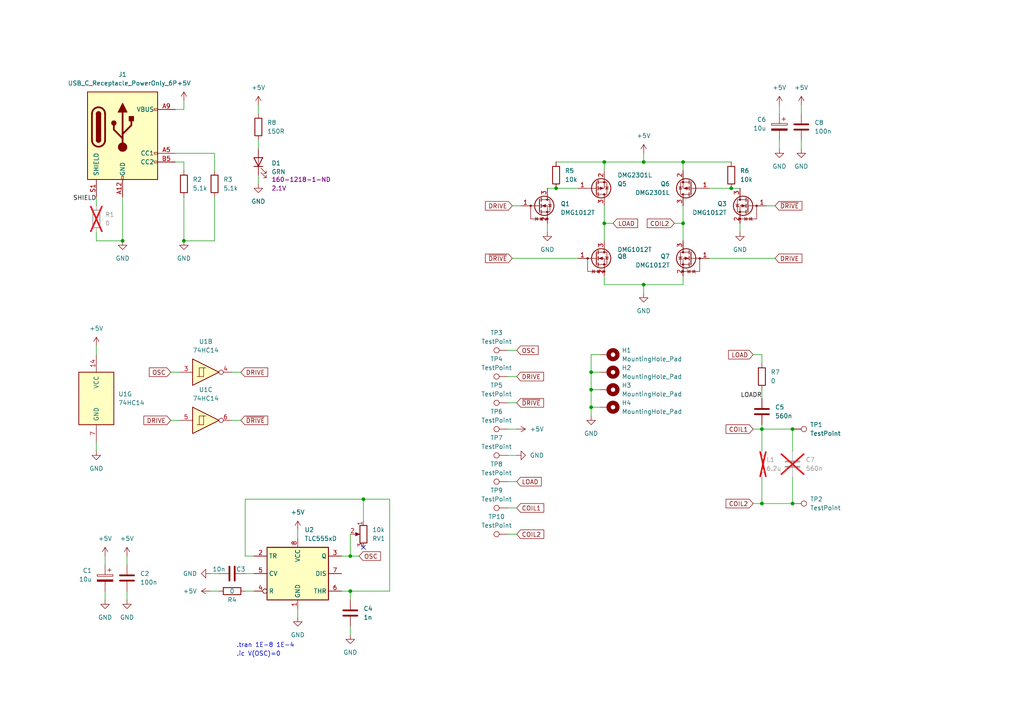
<source format=kicad_sch>
(kicad_sch (version 20230121) (generator eeschema)

  (uuid 96685b9d-b37d-467e-9794-df5924cc5fc4)

  (paper "A4")

  (lib_symbols
    (symbol "74xx:74HC14" (pin_names (offset 1.016)) (in_bom yes) (on_board yes)
      (property "Reference" "U" (at 0 1.27 0)
        (effects (font (size 1.27 1.27)))
      )
      (property "Value" "74HC14" (at 0 -1.27 0)
        (effects (font (size 1.27 1.27)))
      )
      (property "Footprint" "" (at 0 0 0)
        (effects (font (size 1.27 1.27)) hide)
      )
      (property "Datasheet" "http://www.ti.com/lit/gpn/sn74HC14" (at 0 0 0)
        (effects (font (size 1.27 1.27)) hide)
      )
      (property "ki_locked" "" (at 0 0 0)
        (effects (font (size 1.27 1.27)))
      )
      (property "ki_keywords" "HCMOS not inverter" (at 0 0 0)
        (effects (font (size 1.27 1.27)) hide)
      )
      (property "ki_description" "Hex inverter schmitt trigger" (at 0 0 0)
        (effects (font (size 1.27 1.27)) hide)
      )
      (property "ki_fp_filters" "DIP*W7.62mm*" (at 0 0 0)
        (effects (font (size 1.27 1.27)) hide)
      )
      (symbol "74HC14_1_0"
        (polyline
          (pts
            (xy -3.81 3.81)
            (xy -3.81 -3.81)
            (xy 3.81 0)
            (xy -3.81 3.81)
          )
          (stroke (width 0.254) (type default))
          (fill (type background))
        )
        (pin input line (at -7.62 0 0) (length 3.81)
          (name "~" (effects (font (size 1.27 1.27))))
          (number "1" (effects (font (size 1.27 1.27))))
        )
        (pin output inverted (at 7.62 0 180) (length 3.81)
          (name "~" (effects (font (size 1.27 1.27))))
          (number "2" (effects (font (size 1.27 1.27))))
        )
      )
      (symbol "74HC14_1_1"
        (polyline
          (pts
            (xy -1.905 -1.27)
            (xy -1.905 1.27)
            (xy -0.635 1.27)
          )
          (stroke (width 0) (type default))
          (fill (type none))
        )
        (polyline
          (pts
            (xy -2.54 -1.27)
            (xy -0.635 -1.27)
            (xy -0.635 1.27)
            (xy 0 1.27)
          )
          (stroke (width 0) (type default))
          (fill (type none))
        )
      )
      (symbol "74HC14_2_0"
        (polyline
          (pts
            (xy -3.81 3.81)
            (xy -3.81 -3.81)
            (xy 3.81 0)
            (xy -3.81 3.81)
          )
          (stroke (width 0.254) (type default))
          (fill (type background))
        )
        (pin input line (at -7.62 0 0) (length 3.81)
          (name "~" (effects (font (size 1.27 1.27))))
          (number "3" (effects (font (size 1.27 1.27))))
        )
        (pin output inverted (at 7.62 0 180) (length 3.81)
          (name "~" (effects (font (size 1.27 1.27))))
          (number "4" (effects (font (size 1.27 1.27))))
        )
      )
      (symbol "74HC14_2_1"
        (polyline
          (pts
            (xy -1.905 -1.27)
            (xy -1.905 1.27)
            (xy -0.635 1.27)
          )
          (stroke (width 0) (type default))
          (fill (type none))
        )
        (polyline
          (pts
            (xy -2.54 -1.27)
            (xy -0.635 -1.27)
            (xy -0.635 1.27)
            (xy 0 1.27)
          )
          (stroke (width 0) (type default))
          (fill (type none))
        )
      )
      (symbol "74HC14_3_0"
        (polyline
          (pts
            (xy -3.81 3.81)
            (xy -3.81 -3.81)
            (xy 3.81 0)
            (xy -3.81 3.81)
          )
          (stroke (width 0.254) (type default))
          (fill (type background))
        )
        (pin input line (at -7.62 0 0) (length 3.81)
          (name "~" (effects (font (size 1.27 1.27))))
          (number "5" (effects (font (size 1.27 1.27))))
        )
        (pin output inverted (at 7.62 0 180) (length 3.81)
          (name "~" (effects (font (size 1.27 1.27))))
          (number "6" (effects (font (size 1.27 1.27))))
        )
      )
      (symbol "74HC14_3_1"
        (polyline
          (pts
            (xy -1.905 -1.27)
            (xy -1.905 1.27)
            (xy -0.635 1.27)
          )
          (stroke (width 0) (type default))
          (fill (type none))
        )
        (polyline
          (pts
            (xy -2.54 -1.27)
            (xy -0.635 -1.27)
            (xy -0.635 1.27)
            (xy 0 1.27)
          )
          (stroke (width 0) (type default))
          (fill (type none))
        )
      )
      (symbol "74HC14_4_0"
        (polyline
          (pts
            (xy -3.81 3.81)
            (xy -3.81 -3.81)
            (xy 3.81 0)
            (xy -3.81 3.81)
          )
          (stroke (width 0.254) (type default))
          (fill (type background))
        )
        (pin output inverted (at 7.62 0 180) (length 3.81)
          (name "~" (effects (font (size 1.27 1.27))))
          (number "8" (effects (font (size 1.27 1.27))))
        )
        (pin input line (at -7.62 0 0) (length 3.81)
          (name "~" (effects (font (size 1.27 1.27))))
          (number "9" (effects (font (size 1.27 1.27))))
        )
      )
      (symbol "74HC14_4_1"
        (polyline
          (pts
            (xy -1.905 -1.27)
            (xy -1.905 1.27)
            (xy -0.635 1.27)
          )
          (stroke (width 0) (type default))
          (fill (type none))
        )
        (polyline
          (pts
            (xy -2.54 -1.27)
            (xy -0.635 -1.27)
            (xy -0.635 1.27)
            (xy 0 1.27)
          )
          (stroke (width 0) (type default))
          (fill (type none))
        )
      )
      (symbol "74HC14_5_0"
        (polyline
          (pts
            (xy -3.81 3.81)
            (xy -3.81 -3.81)
            (xy 3.81 0)
            (xy -3.81 3.81)
          )
          (stroke (width 0.254) (type default))
          (fill (type background))
        )
        (pin output inverted (at 7.62 0 180) (length 3.81)
          (name "~" (effects (font (size 1.27 1.27))))
          (number "10" (effects (font (size 1.27 1.27))))
        )
        (pin input line (at -7.62 0 0) (length 3.81)
          (name "~" (effects (font (size 1.27 1.27))))
          (number "11" (effects (font (size 1.27 1.27))))
        )
      )
      (symbol "74HC14_5_1"
        (polyline
          (pts
            (xy -1.905 -1.27)
            (xy -1.905 1.27)
            (xy -0.635 1.27)
          )
          (stroke (width 0) (type default))
          (fill (type none))
        )
        (polyline
          (pts
            (xy -2.54 -1.27)
            (xy -0.635 -1.27)
            (xy -0.635 1.27)
            (xy 0 1.27)
          )
          (stroke (width 0) (type default))
          (fill (type none))
        )
      )
      (symbol "74HC14_6_0"
        (polyline
          (pts
            (xy -3.81 3.81)
            (xy -3.81 -3.81)
            (xy 3.81 0)
            (xy -3.81 3.81)
          )
          (stroke (width 0.254) (type default))
          (fill (type background))
        )
        (pin output inverted (at 7.62 0 180) (length 3.81)
          (name "~" (effects (font (size 1.27 1.27))))
          (number "12" (effects (font (size 1.27 1.27))))
        )
        (pin input line (at -7.62 0 0) (length 3.81)
          (name "~" (effects (font (size 1.27 1.27))))
          (number "13" (effects (font (size 1.27 1.27))))
        )
      )
      (symbol "74HC14_6_1"
        (polyline
          (pts
            (xy -1.905 -1.27)
            (xy -1.905 1.27)
            (xy -0.635 1.27)
          )
          (stroke (width 0) (type default))
          (fill (type none))
        )
        (polyline
          (pts
            (xy -2.54 -1.27)
            (xy -0.635 -1.27)
            (xy -0.635 1.27)
            (xy 0 1.27)
          )
          (stroke (width 0) (type default))
          (fill (type none))
        )
      )
      (symbol "74HC14_7_0"
        (pin power_in line (at 0 12.7 270) (length 5.08)
          (name "VCC" (effects (font (size 1.27 1.27))))
          (number "14" (effects (font (size 1.27 1.27))))
        )
        (pin power_in line (at 0 -12.7 90) (length 5.08)
          (name "GND" (effects (font (size 1.27 1.27))))
          (number "7" (effects (font (size 1.27 1.27))))
        )
      )
      (symbol "74HC14_7_1"
        (rectangle (start -5.08 7.62) (end 5.08 -7.62)
          (stroke (width 0.254) (type default))
          (fill (type background))
        )
      )
    )
    (symbol "Connector:TestPoint" (pin_numbers hide) (pin_names (offset 0.762) hide) (in_bom yes) (on_board yes)
      (property "Reference" "TP" (at 0 6.858 0)
        (effects (font (size 1.27 1.27)))
      )
      (property "Value" "TestPoint" (at 0 5.08 0)
        (effects (font (size 1.27 1.27)))
      )
      (property "Footprint" "" (at 5.08 0 0)
        (effects (font (size 1.27 1.27)) hide)
      )
      (property "Datasheet" "~" (at 5.08 0 0)
        (effects (font (size 1.27 1.27)) hide)
      )
      (property "ki_keywords" "test point tp" (at 0 0 0)
        (effects (font (size 1.27 1.27)) hide)
      )
      (property "ki_description" "test point" (at 0 0 0)
        (effects (font (size 1.27 1.27)) hide)
      )
      (property "ki_fp_filters" "Pin* Test*" (at 0 0 0)
        (effects (font (size 1.27 1.27)) hide)
      )
      (symbol "TestPoint_0_1"
        (circle (center 0 3.302) (radius 0.762)
          (stroke (width 0) (type default))
          (fill (type none))
        )
      )
      (symbol "TestPoint_1_1"
        (pin passive line (at 0 0 90) (length 2.54)
          (name "1" (effects (font (size 1.27 1.27))))
          (number "1" (effects (font (size 1.27 1.27))))
        )
      )
    )
    (symbol "Connector:USB_C_Receptacle_PowerOnly_6P" (pin_names (offset 1.016)) (in_bom yes) (on_board yes)
      (property "Reference" "J" (at 0 16.51 0)
        (effects (font (size 1.27 1.27)) (justify bottom))
      )
      (property "Value" "USB_C_Receptacle_PowerOnly_6P" (at 0 13.97 0)
        (effects (font (size 1.27 1.27)) (justify bottom))
      )
      (property "Footprint" "" (at 3.81 2.54 0)
        (effects (font (size 1.27 1.27)) hide)
      )
      (property "Datasheet" "https://www.usb.org/sites/default/files/documents/usb_type-c.zip" (at 0 0 0)
        (effects (font (size 1.27 1.27)) hide)
      )
      (property "ki_keywords" "usb universal serial bus type-C power-only charging-only 6P 6C" (at 0 0 0)
        (effects (font (size 1.27 1.27)) hide)
      )
      (property "ki_description" "USB Power-Only 6P Type-C Receptacle connector" (at 0 0 0)
        (effects (font (size 1.27 1.27)) hide)
      )
      (property "ki_fp_filters" "USB*C*Receptacle*" (at 0 0 0)
        (effects (font (size 1.27 1.27)) hide)
      )
      (symbol "USB_C_Receptacle_PowerOnly_6P_0_0"
        (rectangle (start -0.254 -12.7) (end 0.254 -11.684)
          (stroke (width 0) (type default))
          (fill (type none))
        )
        (rectangle (start 10.16 -7.366) (end 9.144 -7.874)
          (stroke (width 0) (type default))
          (fill (type none))
        )
        (rectangle (start 10.16 -4.826) (end 9.144 -5.334)
          (stroke (width 0) (type default))
          (fill (type none))
        )
        (rectangle (start 10.16 7.874) (end 9.144 7.366)
          (stroke (width 0) (type default))
          (fill (type none))
        )
      )
      (symbol "USB_C_Receptacle_PowerOnly_6P_0_1"
        (rectangle (start -10.16 12.7) (end 10.16 -12.7)
          (stroke (width 0.254) (type default))
          (fill (type background))
        )
        (arc (start -8.89 -1.27) (mid -6.985 -3.1667) (end -5.08 -1.27)
          (stroke (width 0.508) (type default))
          (fill (type none))
        )
        (arc (start -7.62 -1.27) (mid -6.985 -1.9023) (end -6.35 -1.27)
          (stroke (width 0.254) (type default))
          (fill (type none))
        )
        (arc (start -7.62 -1.27) (mid -6.985 -1.9023) (end -6.35 -1.27)
          (stroke (width 0.254) (type default))
          (fill (type outline))
        )
        (rectangle (start -7.62 -1.27) (end -6.35 6.35)
          (stroke (width 0.254) (type default))
          (fill (type outline))
        )
        (arc (start -6.35 6.35) (mid -6.985 6.9823) (end -7.62 6.35)
          (stroke (width 0.254) (type default))
          (fill (type none))
        )
        (arc (start -6.35 6.35) (mid -6.985 6.9823) (end -7.62 6.35)
          (stroke (width 0.254) (type default))
          (fill (type outline))
        )
        (arc (start -5.08 6.35) (mid -6.985 8.2467) (end -8.89 6.35)
          (stroke (width 0.508) (type default))
          (fill (type none))
        )
        (circle (center -2.54 3.683) (radius 0.635)
          (stroke (width 0.254) (type default))
          (fill (type outline))
        )
        (circle (center 0 -3.302) (radius 1.27)
          (stroke (width 0) (type default))
          (fill (type outline))
        )
        (polyline
          (pts
            (xy -8.89 -1.27)
            (xy -8.89 6.35)
          )
          (stroke (width 0.508) (type default))
          (fill (type none))
        )
        (polyline
          (pts
            (xy -5.08 6.35)
            (xy -5.08 -1.27)
          )
          (stroke (width 0.508) (type default))
          (fill (type none))
        )
        (polyline
          (pts
            (xy 0 -3.302)
            (xy 0 6.858)
          )
          (stroke (width 0.508) (type default))
          (fill (type none))
        )
        (polyline
          (pts
            (xy 0 -0.762)
            (xy -2.54 1.778)
            (xy -2.54 3.048)
          )
          (stroke (width 0.508) (type default))
          (fill (type none))
        )
        (polyline
          (pts
            (xy 0 0.508)
            (xy 2.54 3.048)
            (xy 2.54 4.318)
          )
          (stroke (width 0.508) (type default))
          (fill (type none))
        )
        (polyline
          (pts
            (xy -1.27 6.858)
            (xy 0 9.398)
            (xy 1.27 6.858)
            (xy -1.27 6.858)
          )
          (stroke (width 0.254) (type default))
          (fill (type outline))
        )
        (rectangle (start 1.905 4.318) (end 3.175 5.588)
          (stroke (width 0.254) (type default))
          (fill (type outline))
        )
      )
      (symbol "USB_C_Receptacle_PowerOnly_6P_1_1"
        (pin passive line (at 0 -17.78 90) (length 5.08)
          (name "GND" (effects (font (size 1.27 1.27))))
          (number "A12" (effects (font (size 1.27 1.27))))
        )
        (pin bidirectional line (at 15.24 -5.08 180) (length 5.08)
          (name "CC1" (effects (font (size 1.27 1.27))))
          (number "A5" (effects (font (size 1.27 1.27))))
        )
        (pin passive line (at 15.24 7.62 180) (length 5.08)
          (name "VBUS" (effects (font (size 1.27 1.27))))
          (number "A9" (effects (font (size 1.27 1.27))))
        )
        (pin passive line (at 0 -17.78 90) (length 5.08) hide
          (name "GND" (effects (font (size 1.27 1.27))))
          (number "B12" (effects (font (size 1.27 1.27))))
        )
        (pin bidirectional line (at 15.24 -7.62 180) (length 5.08)
          (name "CC2" (effects (font (size 1.27 1.27))))
          (number "B5" (effects (font (size 1.27 1.27))))
        )
        (pin passive line (at 15.24 7.62 180) (length 5.08) hide
          (name "VBUS" (effects (font (size 1.27 1.27))))
          (number "B9" (effects (font (size 1.27 1.27))))
        )
        (pin passive line (at -7.62 -17.78 90) (length 5.08)
          (name "SHIELD" (effects (font (size 1.27 1.27))))
          (number "S1" (effects (font (size 1.27 1.27))))
        )
      )
    )
    (symbol "Device:C" (pin_numbers hide) (pin_names (offset 0.254)) (in_bom yes) (on_board yes)
      (property "Reference" "C" (at 0.635 2.54 0)
        (effects (font (size 1.27 1.27)) (justify left))
      )
      (property "Value" "C" (at 0.635 -2.54 0)
        (effects (font (size 1.27 1.27)) (justify left))
      )
      (property "Footprint" "" (at 0.9652 -3.81 0)
        (effects (font (size 1.27 1.27)) hide)
      )
      (property "Datasheet" "~" (at 0 0 0)
        (effects (font (size 1.27 1.27)) hide)
      )
      (property "ki_keywords" "cap capacitor" (at 0 0 0)
        (effects (font (size 1.27 1.27)) hide)
      )
      (property "ki_description" "Unpolarized capacitor" (at 0 0 0)
        (effects (font (size 1.27 1.27)) hide)
      )
      (property "ki_fp_filters" "C_*" (at 0 0 0)
        (effects (font (size 1.27 1.27)) hide)
      )
      (symbol "C_0_1"
        (polyline
          (pts
            (xy -2.032 -0.762)
            (xy 2.032 -0.762)
          )
          (stroke (width 0.508) (type default))
          (fill (type none))
        )
        (polyline
          (pts
            (xy -2.032 0.762)
            (xy 2.032 0.762)
          )
          (stroke (width 0.508) (type default))
          (fill (type none))
        )
      )
      (symbol "C_1_1"
        (pin passive line (at 0 3.81 270) (length 2.794)
          (name "~" (effects (font (size 1.27 1.27))))
          (number "1" (effects (font (size 1.27 1.27))))
        )
        (pin passive line (at 0 -3.81 90) (length 2.794)
          (name "~" (effects (font (size 1.27 1.27))))
          (number "2" (effects (font (size 1.27 1.27))))
        )
      )
    )
    (symbol "Device:C_Polarized" (pin_numbers hide) (pin_names (offset 0.254)) (in_bom yes) (on_board yes)
      (property "Reference" "C" (at 0.635 2.54 0)
        (effects (font (size 1.27 1.27)) (justify left))
      )
      (property "Value" "C_Polarized" (at 0.635 -2.54 0)
        (effects (font (size 1.27 1.27)) (justify left))
      )
      (property "Footprint" "" (at 0.9652 -3.81 0)
        (effects (font (size 1.27 1.27)) hide)
      )
      (property "Datasheet" "~" (at 0 0 0)
        (effects (font (size 1.27 1.27)) hide)
      )
      (property "ki_keywords" "cap capacitor" (at 0 0 0)
        (effects (font (size 1.27 1.27)) hide)
      )
      (property "ki_description" "Polarized capacitor" (at 0 0 0)
        (effects (font (size 1.27 1.27)) hide)
      )
      (property "ki_fp_filters" "CP_*" (at 0 0 0)
        (effects (font (size 1.27 1.27)) hide)
      )
      (symbol "C_Polarized_0_1"
        (rectangle (start -2.286 0.508) (end 2.286 1.016)
          (stroke (width 0) (type default))
          (fill (type none))
        )
        (polyline
          (pts
            (xy -1.778 2.286)
            (xy -0.762 2.286)
          )
          (stroke (width 0) (type default))
          (fill (type none))
        )
        (polyline
          (pts
            (xy -1.27 2.794)
            (xy -1.27 1.778)
          )
          (stroke (width 0) (type default))
          (fill (type none))
        )
        (rectangle (start 2.286 -0.508) (end -2.286 -1.016)
          (stroke (width 0) (type default))
          (fill (type outline))
        )
      )
      (symbol "C_Polarized_1_1"
        (pin passive line (at 0 3.81 270) (length 2.794)
          (name "~" (effects (font (size 1.27 1.27))))
          (number "1" (effects (font (size 1.27 1.27))))
        )
        (pin passive line (at 0 -3.81 90) (length 2.794)
          (name "~" (effects (font (size 1.27 1.27))))
          (number "2" (effects (font (size 1.27 1.27))))
        )
      )
    )
    (symbol "Device:L" (pin_numbers hide) (pin_names (offset 1.016) hide) (in_bom yes) (on_board yes)
      (property "Reference" "L" (at -1.27 0 90)
        (effects (font (size 1.27 1.27)))
      )
      (property "Value" "L" (at 1.905 0 90)
        (effects (font (size 1.27 1.27)))
      )
      (property "Footprint" "" (at 0 0 0)
        (effects (font (size 1.27 1.27)) hide)
      )
      (property "Datasheet" "~" (at 0 0 0)
        (effects (font (size 1.27 1.27)) hide)
      )
      (property "ki_keywords" "inductor choke coil reactor magnetic" (at 0 0 0)
        (effects (font (size 1.27 1.27)) hide)
      )
      (property "ki_description" "Inductor" (at 0 0 0)
        (effects (font (size 1.27 1.27)) hide)
      )
      (property "ki_fp_filters" "Choke_* *Coil* Inductor_* L_*" (at 0 0 0)
        (effects (font (size 1.27 1.27)) hide)
      )
      (symbol "L_0_1"
        (arc (start 0 -2.54) (mid 0.6323 -1.905) (end 0 -1.27)
          (stroke (width 0) (type default))
          (fill (type none))
        )
        (arc (start 0 -1.27) (mid 0.6323 -0.635) (end 0 0)
          (stroke (width 0) (type default))
          (fill (type none))
        )
        (arc (start 0 0) (mid 0.6323 0.635) (end 0 1.27)
          (stroke (width 0) (type default))
          (fill (type none))
        )
        (arc (start 0 1.27) (mid 0.6323 1.905) (end 0 2.54)
          (stroke (width 0) (type default))
          (fill (type none))
        )
      )
      (symbol "L_1_1"
        (pin passive line (at 0 3.81 270) (length 1.27)
          (name "1" (effects (font (size 1.27 1.27))))
          (number "1" (effects (font (size 1.27 1.27))))
        )
        (pin passive line (at 0 -3.81 90) (length 1.27)
          (name "2" (effects (font (size 1.27 1.27))))
          (number "2" (effects (font (size 1.27 1.27))))
        )
      )
    )
    (symbol "Device:LED" (pin_numbers hide) (pin_names (offset 1.016) hide) (in_bom yes) (on_board yes)
      (property "Reference" "D" (at 0 2.54 0)
        (effects (font (size 1.27 1.27)))
      )
      (property "Value" "LED" (at 0 -2.54 0)
        (effects (font (size 1.27 1.27)))
      )
      (property "Footprint" "" (at 0 0 0)
        (effects (font (size 1.27 1.27)) hide)
      )
      (property "Datasheet" "~" (at 0 0 0)
        (effects (font (size 1.27 1.27)) hide)
      )
      (property "ki_keywords" "LED diode" (at 0 0 0)
        (effects (font (size 1.27 1.27)) hide)
      )
      (property "ki_description" "Light emitting diode" (at 0 0 0)
        (effects (font (size 1.27 1.27)) hide)
      )
      (property "ki_fp_filters" "LED* LED_SMD:* LED_THT:*" (at 0 0 0)
        (effects (font (size 1.27 1.27)) hide)
      )
      (symbol "LED_0_1"
        (polyline
          (pts
            (xy -1.27 -1.27)
            (xy -1.27 1.27)
          )
          (stroke (width 0.254) (type default))
          (fill (type none))
        )
        (polyline
          (pts
            (xy -1.27 0)
            (xy 1.27 0)
          )
          (stroke (width 0) (type default))
          (fill (type none))
        )
        (polyline
          (pts
            (xy 1.27 -1.27)
            (xy 1.27 1.27)
            (xy -1.27 0)
            (xy 1.27 -1.27)
          )
          (stroke (width 0.254) (type default))
          (fill (type none))
        )
        (polyline
          (pts
            (xy -3.048 -0.762)
            (xy -4.572 -2.286)
            (xy -3.81 -2.286)
            (xy -4.572 -2.286)
            (xy -4.572 -1.524)
          )
          (stroke (width 0) (type default))
          (fill (type none))
        )
        (polyline
          (pts
            (xy -1.778 -0.762)
            (xy -3.302 -2.286)
            (xy -2.54 -2.286)
            (xy -3.302 -2.286)
            (xy -3.302 -1.524)
          )
          (stroke (width 0) (type default))
          (fill (type none))
        )
      )
      (symbol "LED_1_1"
        (pin passive line (at -3.81 0 0) (length 2.54)
          (name "K" (effects (font (size 1.27 1.27))))
          (number "1" (effects (font (size 1.27 1.27))))
        )
        (pin passive line (at 3.81 0 180) (length 2.54)
          (name "A" (effects (font (size 1.27 1.27))))
          (number "2" (effects (font (size 1.27 1.27))))
        )
      )
    )
    (symbol "Device:R" (pin_numbers hide) (pin_names (offset 0)) (in_bom yes) (on_board yes)
      (property "Reference" "R" (at 2.032 0 90)
        (effects (font (size 1.27 1.27)))
      )
      (property "Value" "R" (at 0 0 90)
        (effects (font (size 1.27 1.27)))
      )
      (property "Footprint" "" (at -1.778 0 90)
        (effects (font (size 1.27 1.27)) hide)
      )
      (property "Datasheet" "~" (at 0 0 0)
        (effects (font (size 1.27 1.27)) hide)
      )
      (property "ki_keywords" "R res resistor" (at 0 0 0)
        (effects (font (size 1.27 1.27)) hide)
      )
      (property "ki_description" "Resistor" (at 0 0 0)
        (effects (font (size 1.27 1.27)) hide)
      )
      (property "ki_fp_filters" "R_*" (at 0 0 0)
        (effects (font (size 1.27 1.27)) hide)
      )
      (symbol "R_0_1"
        (rectangle (start -1.016 -2.54) (end 1.016 2.54)
          (stroke (width 0.254) (type default))
          (fill (type none))
        )
      )
      (symbol "R_1_1"
        (pin passive line (at 0 3.81 270) (length 1.27)
          (name "~" (effects (font (size 1.27 1.27))))
          (number "1" (effects (font (size 1.27 1.27))))
        )
        (pin passive line (at 0 -3.81 90) (length 1.27)
          (name "~" (effects (font (size 1.27 1.27))))
          (number "2" (effects (font (size 1.27 1.27))))
        )
      )
    )
    (symbol "Device:R_Potentiometer" (pin_names (offset 1.016) hide) (in_bom yes) (on_board yes)
      (property "Reference" "RV" (at -4.445 0 90)
        (effects (font (size 1.27 1.27)))
      )
      (property "Value" "R_Potentiometer" (at -2.54 0 90)
        (effects (font (size 1.27 1.27)))
      )
      (property "Footprint" "" (at 0 0 0)
        (effects (font (size 1.27 1.27)) hide)
      )
      (property "Datasheet" "~" (at 0 0 0)
        (effects (font (size 1.27 1.27)) hide)
      )
      (property "ki_keywords" "resistor variable" (at 0 0 0)
        (effects (font (size 1.27 1.27)) hide)
      )
      (property "ki_description" "Potentiometer" (at 0 0 0)
        (effects (font (size 1.27 1.27)) hide)
      )
      (property "ki_fp_filters" "Potentiometer*" (at 0 0 0)
        (effects (font (size 1.27 1.27)) hide)
      )
      (symbol "R_Potentiometer_0_1"
        (polyline
          (pts
            (xy 2.54 0)
            (xy 1.524 0)
          )
          (stroke (width 0) (type default))
          (fill (type none))
        )
        (polyline
          (pts
            (xy 1.143 0)
            (xy 2.286 0.508)
            (xy 2.286 -0.508)
            (xy 1.143 0)
          )
          (stroke (width 0) (type default))
          (fill (type outline))
        )
        (rectangle (start 1.016 2.54) (end -1.016 -2.54)
          (stroke (width 0.254) (type default))
          (fill (type none))
        )
      )
      (symbol "R_Potentiometer_1_1"
        (pin passive line (at 0 3.81 270) (length 1.27)
          (name "1" (effects (font (size 1.27 1.27))))
          (number "1" (effects (font (size 1.27 1.27))))
        )
        (pin passive line (at 3.81 0 180) (length 1.27)
          (name "2" (effects (font (size 1.27 1.27))))
          (number "2" (effects (font (size 1.27 1.27))))
        )
        (pin passive line (at 0 -3.81 90) (length 1.27)
          (name "3" (effects (font (size 1.27 1.27))))
          (number "3" (effects (font (size 1.27 1.27))))
        )
      )
    )
    (symbol "Mechanical:MountingHole_Pad" (pin_numbers hide) (pin_names (offset 1.016) hide) (in_bom yes) (on_board yes)
      (property "Reference" "H" (at 0 6.35 0)
        (effects (font (size 1.27 1.27)))
      )
      (property "Value" "MountingHole_Pad" (at 0 4.445 0)
        (effects (font (size 1.27 1.27)))
      )
      (property "Footprint" "" (at 0 0 0)
        (effects (font (size 1.27 1.27)) hide)
      )
      (property "Datasheet" "~" (at 0 0 0)
        (effects (font (size 1.27 1.27)) hide)
      )
      (property "ki_keywords" "mounting hole" (at 0 0 0)
        (effects (font (size 1.27 1.27)) hide)
      )
      (property "ki_description" "Mounting Hole with connection" (at 0 0 0)
        (effects (font (size 1.27 1.27)) hide)
      )
      (property "ki_fp_filters" "MountingHole*Pad*" (at 0 0 0)
        (effects (font (size 1.27 1.27)) hide)
      )
      (symbol "MountingHole_Pad_0_1"
        (circle (center 0 1.27) (radius 1.27)
          (stroke (width 1.27) (type default))
          (fill (type none))
        )
      )
      (symbol "MountingHole_Pad_1_1"
        (pin input line (at 0 -2.54 90) (length 2.54)
          (name "1" (effects (font (size 1.27 1.27))))
          (number "1" (effects (font (size 1.27 1.27))))
        )
      )
    )
    (symbol "Timer:TLC555xD" (in_bom yes) (on_board yes)
      (property "Reference" "U" (at -10.16 8.89 0)
        (effects (font (size 1.27 1.27)) (justify left))
      )
      (property "Value" "TLC555xD" (at 2.54 8.89 0)
        (effects (font (size 1.27 1.27)) (justify left))
      )
      (property "Footprint" "Package_SO:SOIC-8_3.9x4.9mm_P1.27mm" (at 21.59 -10.16 0)
        (effects (font (size 1.27 1.27)) hide)
      )
      (property "Datasheet" "http://www.ti.com/lit/ds/symlink/tlc555.pdf" (at 21.59 -10.16 0)
        (effects (font (size 1.27 1.27)) hide)
      )
      (property "ki_keywords" "single timer 555" (at 0 0 0)
        (effects (font (size 1.27 1.27)) hide)
      )
      (property "ki_description" "Single LinCMOS Timer, 555 compatible, SOIC-8" (at 0 0 0)
        (effects (font (size 1.27 1.27)) hide)
      )
      (property "ki_fp_filters" "SOIC*3.9x4.9mm*P1.27mm*" (at 0 0 0)
        (effects (font (size 1.27 1.27)) hide)
      )
      (symbol "TLC555xD_0_0"
        (pin power_in line (at 0 -10.16 90) (length 2.54)
          (name "GND" (effects (font (size 1.27 1.27))))
          (number "1" (effects (font (size 1.27 1.27))))
        )
        (pin power_in line (at 0 10.16 270) (length 2.54)
          (name "VCC" (effects (font (size 1.27 1.27))))
          (number "8" (effects (font (size 1.27 1.27))))
        )
      )
      (symbol "TLC555xD_0_1"
        (rectangle (start -8.89 -7.62) (end 8.89 7.62)
          (stroke (width 0.254) (type default))
          (fill (type background))
        )
        (rectangle (start -8.89 -7.62) (end 8.89 7.62)
          (stroke (width 0.254) (type default))
          (fill (type background))
        )
      )
      (symbol "TLC555xD_1_1"
        (pin input line (at -12.7 5.08 0) (length 3.81)
          (name "TR" (effects (font (size 1.27 1.27))))
          (number "2" (effects (font (size 1.27 1.27))))
        )
        (pin output line (at 12.7 5.08 180) (length 3.81)
          (name "Q" (effects (font (size 1.27 1.27))))
          (number "3" (effects (font (size 1.27 1.27))))
        )
        (pin input inverted (at -12.7 -5.08 0) (length 3.81)
          (name "R" (effects (font (size 1.27 1.27))))
          (number "4" (effects (font (size 1.27 1.27))))
        )
        (pin input line (at -12.7 0 0) (length 3.81)
          (name "CV" (effects (font (size 1.27 1.27))))
          (number "5" (effects (font (size 1.27 1.27))))
        )
        (pin input line (at 12.7 -5.08 180) (length 3.81)
          (name "THR" (effects (font (size 1.27 1.27))))
          (number "6" (effects (font (size 1.27 1.27))))
        )
        (pin input line (at 12.7 0 180) (length 3.81)
          (name "DIS" (effects (font (size 1.27 1.27))))
          (number "7" (effects (font (size 1.27 1.27))))
        )
      )
    )
    (symbol "Transistor_FET:DMG1012T" (pin_names (offset 0) hide) (in_bom yes) (on_board yes)
      (property "Reference" "Q" (at 5.08 1.905 0)
        (effects (font (size 1.27 1.27)) (justify left))
      )
      (property "Value" "DMG1012T" (at 5.08 0 0)
        (effects (font (size 1.27 1.27)) (justify left))
      )
      (property "Footprint" "Package_TO_SOT_SMD:SOT-523" (at 5.08 -1.905 0)
        (effects (font (size 1.27 1.27)) (justify left) hide)
      )
      (property "Datasheet" "https://www.diodes.com/assets/Datasheets/ds31783.pdf" (at 0 0 0)
        (effects (font (size 1.27 1.27)) hide)
      )
      (property "ki_keywords" "N-Channel MOSFET" (at 0 0 0)
        (effects (font (size 1.27 1.27)) hide)
      )
      (property "ki_description" "20V Vds, 0.63 Id, N-Channel MOSFET with ESD protection, SOT-523" (at 0 0 0)
        (effects (font (size 1.27 1.27)) hide)
      )
      (property "ki_fp_filters" "SOT?523*" (at 0 0 0)
        (effects (font (size 1.27 1.27)) hide)
      )
      (symbol "DMG1012T_0_1"
        (polyline
          (pts
            (xy 2.54 -3.81)
            (xy -2.286 -3.81)
            (xy -2.286 0)
          )
          (stroke (width 0) (type default))
          (fill (type none))
        )
      )
      (symbol "DMG1012T_1_1"
        (circle (center -2.286 0) (radius 0.254)
          (stroke (width 0) (type default))
          (fill (type outline))
        )
        (polyline
          (pts
            (xy 0.254 0)
            (xy -2.54 0)
          )
          (stroke (width 0) (type default))
          (fill (type none))
        )
        (polyline
          (pts
            (xy 0.254 1.905)
            (xy 0.254 -1.905)
          )
          (stroke (width 0.254) (type default))
          (fill (type none))
        )
        (polyline
          (pts
            (xy 0.762 -1.27)
            (xy 0.762 -2.286)
          )
          (stroke (width 0.254) (type default))
          (fill (type none))
        )
        (polyline
          (pts
            (xy 0.762 0.508)
            (xy 0.762 -0.508)
          )
          (stroke (width 0.254) (type default))
          (fill (type none))
        )
        (polyline
          (pts
            (xy 0.762 2.286)
            (xy 0.762 1.27)
          )
          (stroke (width 0.254) (type default))
          (fill (type none))
        )
        (polyline
          (pts
            (xy 2.54 2.54)
            (xy 2.54 1.778)
          )
          (stroke (width 0) (type default))
          (fill (type none))
        )
        (polyline
          (pts
            (xy 2.54 -2.54)
            (xy 2.54 0)
            (xy 0.762 0)
          )
          (stroke (width 0) (type default))
          (fill (type none))
        )
        (polyline
          (pts
            (xy -1.016 -4.318)
            (xy -0.889 -4.191)
            (xy -0.889 -3.429)
            (xy -0.762 -3.302)
          )
          (stroke (width 0) (type default))
          (fill (type none))
        )
        (polyline
          (pts
            (xy -0.889 -3.81)
            (xy -0.254 -4.191)
            (xy -0.254 -3.429)
            (xy -0.889 -3.81)
          )
          (stroke (width 0) (type default))
          (fill (type none))
        )
        (polyline
          (pts
            (xy 0.762 -1.778)
            (xy 3.302 -1.778)
            (xy 3.302 1.778)
            (xy 0.762 1.778)
          )
          (stroke (width 0) (type default))
          (fill (type none))
        )
        (polyline
          (pts
            (xy 1.016 0)
            (xy 2.032 0.381)
            (xy 2.032 -0.381)
            (xy 1.016 0)
          )
          (stroke (width 0) (type default))
          (fill (type outline))
        )
        (polyline
          (pts
            (xy 1.143 -3.81)
            (xy 0.508 -3.429)
            (xy 0.508 -4.191)
            (xy 1.143 -3.81)
          )
          (stroke (width 0) (type default))
          (fill (type none))
        )
        (polyline
          (pts
            (xy 1.27 -3.302)
            (xy 1.143 -3.429)
            (xy 1.143 -4.191)
            (xy 1.016 -4.318)
          )
          (stroke (width 0) (type default))
          (fill (type none))
        )
        (polyline
          (pts
            (xy 2.794 0.508)
            (xy 2.921 0.381)
            (xy 3.683 0.381)
            (xy 3.81 0.254)
          )
          (stroke (width 0) (type default))
          (fill (type none))
        )
        (polyline
          (pts
            (xy 3.302 0.381)
            (xy 2.921 -0.254)
            (xy 3.683 -0.254)
            (xy 3.302 0.381)
          )
          (stroke (width 0) (type default))
          (fill (type none))
        )
        (circle (center 1.651 0) (radius 2.794)
          (stroke (width 0.254) (type default))
          (fill (type none))
        )
        (circle (center 2.54 -3.81) (radius 0.254)
          (stroke (width 0) (type default))
          (fill (type outline))
        )
        (circle (center 2.54 -1.778) (radius 0.254)
          (stroke (width 0) (type default))
          (fill (type outline))
        )
        (circle (center 2.54 1.778) (radius 0.254)
          (stroke (width 0) (type default))
          (fill (type outline))
        )
        (pin input line (at -5.08 0 0) (length 2.54)
          (name "G" (effects (font (size 1.27 1.27))))
          (number "1" (effects (font (size 1.27 1.27))))
        )
        (pin passive line (at 2.54 -5.08 90) (length 2.54)
          (name "S" (effects (font (size 1.27 1.27))))
          (number "2" (effects (font (size 1.27 1.27))))
        )
        (pin passive line (at 2.54 5.08 270) (length 2.54)
          (name "D" (effects (font (size 1.27 1.27))))
          (number "3" (effects (font (size 1.27 1.27))))
        )
      )
    )
    (symbol "Transistor_FET:DMG2301L" (pin_names hide) (in_bom yes) (on_board yes)
      (property "Reference" "Q" (at 5.08 1.905 0)
        (effects (font (size 1.27 1.27)) (justify left))
      )
      (property "Value" "DMG2301L" (at 5.08 0 0)
        (effects (font (size 1.27 1.27)) (justify left))
      )
      (property "Footprint" "Package_TO_SOT_SMD:SOT-23" (at 5.08 -1.905 0)
        (effects (font (size 1.27 1.27) italic) (justify left) hide)
      )
      (property "Datasheet" "https://www.diodes.com/assets/Datasheets/DMG2301L.pdf" (at 0 0 0)
        (effects (font (size 1.27 1.27)) (justify left) hide)
      )
      (property "ki_keywords" "P-Channel MOSFET" (at 0 0 0)
        (effects (font (size 1.27 1.27)) hide)
      )
      (property "ki_description" "-3A Id, -20V Vds, P-Channel MOSFET, SOT-23" (at 0 0 0)
        (effects (font (size 1.27 1.27)) hide)
      )
      (property "ki_fp_filters" "SOT?23*" (at 0 0 0)
        (effects (font (size 1.27 1.27)) hide)
      )
      (symbol "DMG2301L_0_1"
        (polyline
          (pts
            (xy 0.254 0)
            (xy -2.54 0)
          )
          (stroke (width 0) (type default))
          (fill (type none))
        )
        (polyline
          (pts
            (xy 0.254 1.905)
            (xy 0.254 -1.905)
          )
          (stroke (width 0.254) (type default))
          (fill (type none))
        )
        (polyline
          (pts
            (xy 0.762 -1.27)
            (xy 0.762 -2.286)
          )
          (stroke (width 0.254) (type default))
          (fill (type none))
        )
        (polyline
          (pts
            (xy 0.762 0.508)
            (xy 0.762 -0.508)
          )
          (stroke (width 0.254) (type default))
          (fill (type none))
        )
        (polyline
          (pts
            (xy 0.762 2.286)
            (xy 0.762 1.27)
          )
          (stroke (width 0.254) (type default))
          (fill (type none))
        )
        (polyline
          (pts
            (xy 2.54 2.54)
            (xy 2.54 1.778)
          )
          (stroke (width 0) (type default))
          (fill (type none))
        )
        (polyline
          (pts
            (xy 2.54 -2.54)
            (xy 2.54 0)
            (xy 0.762 0)
          )
          (stroke (width 0) (type default))
          (fill (type none))
        )
        (polyline
          (pts
            (xy 0.762 1.778)
            (xy 3.302 1.778)
            (xy 3.302 -1.778)
            (xy 0.762 -1.778)
          )
          (stroke (width 0) (type default))
          (fill (type none))
        )
        (polyline
          (pts
            (xy 2.286 0)
            (xy 1.27 0.381)
            (xy 1.27 -0.381)
            (xy 2.286 0)
          )
          (stroke (width 0) (type default))
          (fill (type outline))
        )
        (polyline
          (pts
            (xy 2.794 -0.508)
            (xy 2.921 -0.381)
            (xy 3.683 -0.381)
            (xy 3.81 -0.254)
          )
          (stroke (width 0) (type default))
          (fill (type none))
        )
        (polyline
          (pts
            (xy 3.302 -0.381)
            (xy 2.921 0.254)
            (xy 3.683 0.254)
            (xy 3.302 -0.381)
          )
          (stroke (width 0) (type default))
          (fill (type none))
        )
        (circle (center 1.651 0) (radius 2.794)
          (stroke (width 0.254) (type default))
          (fill (type none))
        )
        (circle (center 2.54 -1.778) (radius 0.254)
          (stroke (width 0) (type default))
          (fill (type outline))
        )
        (circle (center 2.54 1.778) (radius 0.254)
          (stroke (width 0) (type default))
          (fill (type outline))
        )
      )
      (symbol "DMG2301L_1_1"
        (pin input line (at -5.08 0 0) (length 2.54)
          (name "G" (effects (font (size 1.27 1.27))))
          (number "1" (effects (font (size 1.27 1.27))))
        )
        (pin passive line (at 2.54 -5.08 90) (length 2.54)
          (name "S" (effects (font (size 1.27 1.27))))
          (number "2" (effects (font (size 1.27 1.27))))
        )
        (pin passive line (at 2.54 5.08 270) (length 2.54)
          (name "D" (effects (font (size 1.27 1.27))))
          (number "3" (effects (font (size 1.27 1.27))))
        )
      )
    )
    (symbol "power:+5V" (power) (pin_names (offset 0)) (in_bom yes) (on_board yes)
      (property "Reference" "#PWR" (at 0 -3.81 0)
        (effects (font (size 1.27 1.27)) hide)
      )
      (property "Value" "+5V" (at 0 3.556 0)
        (effects (font (size 1.27 1.27)))
      )
      (property "Footprint" "" (at 0 0 0)
        (effects (font (size 1.27 1.27)) hide)
      )
      (property "Datasheet" "" (at 0 0 0)
        (effects (font (size 1.27 1.27)) hide)
      )
      (property "ki_keywords" "global power" (at 0 0 0)
        (effects (font (size 1.27 1.27)) hide)
      )
      (property "ki_description" "Power symbol creates a global label with name \"+5V\"" (at 0 0 0)
        (effects (font (size 1.27 1.27)) hide)
      )
      (symbol "+5V_0_1"
        (polyline
          (pts
            (xy -0.762 1.27)
            (xy 0 2.54)
          )
          (stroke (width 0) (type default))
          (fill (type none))
        )
        (polyline
          (pts
            (xy 0 0)
            (xy 0 2.54)
          )
          (stroke (width 0) (type default))
          (fill (type none))
        )
        (polyline
          (pts
            (xy 0 2.54)
            (xy 0.762 1.27)
          )
          (stroke (width 0) (type default))
          (fill (type none))
        )
      )
      (symbol "+5V_1_1"
        (pin power_in line (at 0 0 90) (length 0) hide
          (name "+5V" (effects (font (size 1.27 1.27))))
          (number "1" (effects (font (size 1.27 1.27))))
        )
      )
    )
    (symbol "power:GND" (power) (pin_names (offset 0)) (in_bom yes) (on_board yes)
      (property "Reference" "#PWR" (at 0 -6.35 0)
        (effects (font (size 1.27 1.27)) hide)
      )
      (property "Value" "GND" (at 0 -3.81 0)
        (effects (font (size 1.27 1.27)))
      )
      (property "Footprint" "" (at 0 0 0)
        (effects (font (size 1.27 1.27)) hide)
      )
      (property "Datasheet" "" (at 0 0 0)
        (effects (font (size 1.27 1.27)) hide)
      )
      (property "ki_keywords" "global power" (at 0 0 0)
        (effects (font (size 1.27 1.27)) hide)
      )
      (property "ki_description" "Power symbol creates a global label with name \"GND\" , ground" (at 0 0 0)
        (effects (font (size 1.27 1.27)) hide)
      )
      (symbol "GND_0_1"
        (polyline
          (pts
            (xy 0 0)
            (xy 0 -1.27)
            (xy 1.27 -1.27)
            (xy 0 -2.54)
            (xy -1.27 -1.27)
            (xy 0 -1.27)
          )
          (stroke (width 0) (type default))
          (fill (type none))
        )
      )
      (symbol "GND_1_1"
        (pin power_in line (at 0 0 270) (length 0) hide
          (name "GND" (effects (font (size 1.27 1.27))))
          (number "1" (effects (font (size 1.27 1.27))))
        )
      )
    )
  )

  (junction (at 175.26 46.99) (diameter 0) (color 0 0 0 0)
    (uuid 0d3edfc5-5af6-4ac0-bf57-49a85aa96b8c)
  )
  (junction (at 198.12 64.77) (diameter 0) (color 0 0 0 0)
    (uuid 0f791073-21f1-41e0-8bb5-ae9ebe39c362)
  )
  (junction (at 186.69 46.99) (diameter 0) (color 0 0 0 0)
    (uuid 14e810a7-5f45-4ef0-98f7-adc80088ecad)
  )
  (junction (at 101.6 171.45) (diameter 0) (color 0 0 0 0)
    (uuid 16d3b94e-12a8-4cc2-b56e-be59fa694b16)
  )
  (junction (at 229.87 146.05) (diameter 0) (color 0 0 0 0)
    (uuid 16d9d345-21e6-4d2d-9773-e08be7433df4)
  )
  (junction (at 101.6 161.29) (diameter 0) (color 0 0 0 0)
    (uuid 170f7922-1b6b-498d-8a5e-7f92ff2c4ebe)
  )
  (junction (at 229.87 124.46) (diameter 0) (color 0 0 0 0)
    (uuid 20ab7916-bdf9-481a-a9ed-a36d32c044b8)
  )
  (junction (at 105.41 144.78) (diameter 0) (color 0 0 0 0)
    (uuid 532de208-1440-49dd-b160-8948e5796885)
  )
  (junction (at 198.12 46.99) (diameter 0) (color 0 0 0 0)
    (uuid 723eb108-da91-4d2f-9d25-85bf5daf9302)
  )
  (junction (at 53.34 69.85) (diameter 0) (color 0 0 0 0)
    (uuid 864f8e0a-d51f-4c6b-be4d-1ff538d3fa43)
  )
  (junction (at 186.69 82.55) (diameter 0) (color 0 0 0 0)
    (uuid 89b2ed0d-a85b-4c63-9c7f-4dd928842465)
  )
  (junction (at 175.26 64.77) (diameter 0) (color 0 0 0 0)
    (uuid 8f686c6a-a8ec-4883-b181-e89136c479a4)
  )
  (junction (at 220.98 124.46) (diameter 0) (color 0 0 0 0)
    (uuid aae48a23-3ed6-4130-a113-85049a2c0917)
  )
  (junction (at 171.45 107.95) (diameter 0) (color 0 0 0 0)
    (uuid b3c0c102-c1f3-48ac-8055-56ac93e279ca)
  )
  (junction (at 171.45 113.03) (diameter 0) (color 0 0 0 0)
    (uuid c1422dc8-4281-4ad1-b681-5f532952984b)
  )
  (junction (at 171.45 118.11) (diameter 0) (color 0 0 0 0)
    (uuid c9cc3fca-0e77-4b4f-87ff-40c9d096999b)
  )
  (junction (at 35.56 69.85) (diameter 0) (color 0 0 0 0)
    (uuid cc107536-a905-4925-883b-3e9fc1a86112)
  )
  (junction (at 161.29 54.61) (diameter 0) (color 0 0 0 0)
    (uuid ebb0544c-041e-4bb2-9fe4-7e5bc0b7979d)
  )
  (junction (at 212.09 54.61) (diameter 0) (color 0 0 0 0)
    (uuid f2d37606-d40c-4b67-805b-7768c9ad59b4)
  )
  (junction (at 220.98 146.05) (diameter 0) (color 0 0 0 0)
    (uuid f9d5768b-8c74-475e-a9f1-54ab7ee36ba9)
  )

  (no_connect (at 105.41 158.75) (uuid e546da49-22b2-4404-b16c-af289f2828c5))

  (wire (pts (xy 175.26 49.53) (xy 175.26 46.99))
    (stroke (width 0) (type default))
    (uuid 00ee8551-5b04-41f6-81d3-74f7fae2193c)
  )
  (wire (pts (xy 71.12 161.29) (xy 71.12 144.78))
    (stroke (width 0) (type default))
    (uuid 00fd46ee-d3f2-416b-b939-58d3429d7413)
  )
  (wire (pts (xy 99.06 161.29) (xy 101.6 161.29))
    (stroke (width 0) (type default))
    (uuid 025795b5-b519-41be-8291-953854e8ca7d)
  )
  (wire (pts (xy 62.23 44.45) (xy 62.23 49.53))
    (stroke (width 0) (type default))
    (uuid 03befa41-ad41-4e28-9c2a-e96099e0b1b6)
  )
  (wire (pts (xy 53.34 57.15) (xy 53.34 69.85))
    (stroke (width 0) (type default))
    (uuid 086f05d7-fbb8-4940-8928-323d91b90d8c)
  )
  (wire (pts (xy 86.36 176.53) (xy 86.36 179.07))
    (stroke (width 0) (type default))
    (uuid 09d09cb4-fe22-4648-80f2-3e379864582c)
  )
  (wire (pts (xy 158.75 64.77) (xy 158.75 67.31))
    (stroke (width 0) (type default))
    (uuid 0b277478-490d-4978-9073-49eee7803805)
  )
  (wire (pts (xy 171.45 118.11) (xy 171.45 120.65))
    (stroke (width 0) (type default))
    (uuid 0ec6b648-69a0-48d7-a780-d05804febf76)
  )
  (wire (pts (xy 148.59 59.69) (xy 151.13 59.69))
    (stroke (width 0) (type default))
    (uuid 0f1d8278-f1de-4b9d-ad27-bc8e2c0675d2)
  )
  (wire (pts (xy 147.32 124.46) (xy 149.86 124.46))
    (stroke (width 0) (type default))
    (uuid 1119d408-22d1-4552-9dad-a1c18d4c0f9e)
  )
  (wire (pts (xy 105.41 144.78) (xy 113.03 144.78))
    (stroke (width 0) (type default))
    (uuid 135ad03d-3418-40f6-aa1f-5a1ea9a26371)
  )
  (wire (pts (xy 27.94 69.85) (xy 35.56 69.85))
    (stroke (width 0) (type default))
    (uuid 14167a2b-183e-4903-b85c-b5672186f643)
  )
  (wire (pts (xy 36.83 171.45) (xy 36.83 173.99))
    (stroke (width 0) (type default))
    (uuid 17cb13b8-0c67-4f3c-9061-ff31bf43e1cf)
  )
  (wire (pts (xy 147.32 139.7) (xy 149.86 139.7))
    (stroke (width 0) (type default))
    (uuid 1800d330-4fdf-447d-adb6-a02bb35b9ba3)
  )
  (wire (pts (xy 62.23 57.15) (xy 62.23 69.85))
    (stroke (width 0) (type default))
    (uuid 1839cdb3-1093-4b79-9aeb-cd8d8df563d1)
  )
  (wire (pts (xy 101.6 161.29) (xy 104.14 161.29))
    (stroke (width 0) (type default))
    (uuid 18bd832e-6b6b-4fb6-a295-bfc4b4422b37)
  )
  (wire (pts (xy 171.45 113.03) (xy 171.45 118.11))
    (stroke (width 0) (type default))
    (uuid 1de9022e-9c09-4590-b57c-1714faaed792)
  )
  (wire (pts (xy 205.74 54.61) (xy 212.09 54.61))
    (stroke (width 0) (type default))
    (uuid 1e88d002-5558-421b-941c-51ffbbee2fde)
  )
  (wire (pts (xy 27.94 128.27) (xy 27.94 130.81))
    (stroke (width 0) (type default))
    (uuid 1ecccd45-0cae-40c7-a782-7446ce4faf75)
  )
  (wire (pts (xy 158.75 54.61) (xy 161.29 54.61))
    (stroke (width 0) (type default))
    (uuid 1fd3b2f7-abcc-4d29-9c9c-3d06e575a00d)
  )
  (wire (pts (xy 198.12 46.99) (xy 198.12 49.53))
    (stroke (width 0) (type default))
    (uuid 22b92e57-158f-433c-aa0a-99f34d103526)
  )
  (wire (pts (xy 186.69 82.55) (xy 186.69 85.09))
    (stroke (width 0) (type default))
    (uuid 25992b56-d87d-4876-b638-d0c64f549702)
  )
  (wire (pts (xy 71.12 171.45) (xy 73.66 171.45))
    (stroke (width 0) (type default))
    (uuid 262c3051-4f51-4846-b2f9-5cdc064ccdfa)
  )
  (wire (pts (xy 53.34 46.99) (xy 53.34 49.53))
    (stroke (width 0) (type default))
    (uuid 2733dc73-537c-41e7-8242-59b4e283b083)
  )
  (wire (pts (xy 74.93 50.8) (xy 74.93 53.34))
    (stroke (width 0) (type default))
    (uuid 27596f5a-4208-4ae2-b5eb-e6831eac1951)
  )
  (wire (pts (xy 205.74 74.93) (xy 224.79 74.93))
    (stroke (width 0) (type default))
    (uuid 2a678a93-0045-4be6-b25d-c6f039c22930)
  )
  (wire (pts (xy 62.23 69.85) (xy 53.34 69.85))
    (stroke (width 0) (type default))
    (uuid 3062d7ff-6181-4493-9e9c-9b151866f442)
  )
  (wire (pts (xy 198.12 64.77) (xy 198.12 69.85))
    (stroke (width 0) (type default))
    (uuid 32fff023-6bc5-489d-8638-0743cc978765)
  )
  (wire (pts (xy 113.03 144.78) (xy 113.03 171.45))
    (stroke (width 0) (type default))
    (uuid 3565d192-c16a-4209-8888-d073fbcf3868)
  )
  (wire (pts (xy 173.99 102.87) (xy 171.45 102.87))
    (stroke (width 0) (type default))
    (uuid 36997a6c-830e-463c-b612-0bd6b8a9b6df)
  )
  (wire (pts (xy 27.94 57.15) (xy 27.94 59.69))
    (stroke (width 0) (type default))
    (uuid 3957e567-a9d2-4450-bf8b-8fef57c2aa00)
  )
  (wire (pts (xy 186.69 44.45) (xy 186.69 46.99))
    (stroke (width 0) (type default))
    (uuid 39d82be4-9a00-4c5a-b7a7-b845e3aa5913)
  )
  (wire (pts (xy 49.53 121.92) (xy 52.07 121.92))
    (stroke (width 0) (type default))
    (uuid 3e79b24e-bff6-4bdb-a4f7-7be1f5f98320)
  )
  (wire (pts (xy 226.06 30.48) (xy 226.06 33.02))
    (stroke (width 0) (type default))
    (uuid 3ea5596b-71a0-45f8-911c-475e90f5b441)
  )
  (wire (pts (xy 175.26 80.01) (xy 175.26 82.55))
    (stroke (width 0) (type default))
    (uuid 3fe23fe2-1607-48dd-b02a-489f60324d4f)
  )
  (wire (pts (xy 175.26 64.77) (xy 177.8 64.77))
    (stroke (width 0) (type default))
    (uuid 441c37d1-5011-47e1-9851-48215716e423)
  )
  (wire (pts (xy 30.48 171.45) (xy 30.48 173.99))
    (stroke (width 0) (type default))
    (uuid 49caf9b3-d2d2-4b3e-982d-8a03ec64ec98)
  )
  (wire (pts (xy 147.32 101.6) (xy 149.86 101.6))
    (stroke (width 0) (type default))
    (uuid 4cc56a76-bcb7-4e1c-8ed6-9fb23b8fd5bb)
  )
  (wire (pts (xy 49.53 107.95) (xy 52.07 107.95))
    (stroke (width 0) (type default))
    (uuid 4f4c8559-bb9f-4785-bd49-9e04891f2391)
  )
  (wire (pts (xy 53.34 29.21) (xy 53.34 31.75))
    (stroke (width 0) (type default))
    (uuid 64607674-0a03-4b3c-bcb7-9086dacf8831)
  )
  (wire (pts (xy 86.36 153.67) (xy 86.36 156.21))
    (stroke (width 0) (type default))
    (uuid 653cd29d-e44c-41be-bab8-c71703513dfe)
  )
  (wire (pts (xy 73.66 161.29) (xy 71.12 161.29))
    (stroke (width 0) (type default))
    (uuid 671071ea-e7f1-4c27-8ccf-6b88e9ce4117)
  )
  (wire (pts (xy 212.09 54.61) (xy 214.63 54.61))
    (stroke (width 0) (type default))
    (uuid 68d4b294-8281-4717-b952-81215f53e6a1)
  )
  (wire (pts (xy 113.03 171.45) (xy 101.6 171.45))
    (stroke (width 0) (type default))
    (uuid 69ab3b50-7d5f-4355-a5ff-389717ce9837)
  )
  (wire (pts (xy 232.41 30.48) (xy 232.41 33.02))
    (stroke (width 0) (type default))
    (uuid 6a6ee46b-b557-4c1d-9d72-9de809dba185)
  )
  (wire (pts (xy 220.98 138.43) (xy 220.98 146.05))
    (stroke (width 0) (type default))
    (uuid 6d843d49-c35d-46fd-8cc9-7283c8a05c3c)
  )
  (wire (pts (xy 60.96 171.45) (xy 63.5 171.45))
    (stroke (width 0) (type default))
    (uuid 6fa93915-780e-4b71-aac9-5875cd80b66f)
  )
  (wire (pts (xy 35.56 57.15) (xy 35.56 69.85))
    (stroke (width 0) (type default))
    (uuid 7031fec8-1c34-48b7-99e6-8b2ab9e6e78b)
  )
  (wire (pts (xy 173.99 118.11) (xy 171.45 118.11))
    (stroke (width 0) (type default))
    (uuid 724b0ce3-3401-471f-bb04-06e965d4a99e)
  )
  (wire (pts (xy 71.12 166.37) (xy 73.66 166.37))
    (stroke (width 0) (type default))
    (uuid 7409b648-8f88-4ccd-b79b-0e9d1d96612a)
  )
  (wire (pts (xy 198.12 46.99) (xy 212.09 46.99))
    (stroke (width 0) (type default))
    (uuid 7454c28d-eed8-43d3-95b1-7ca5474c2829)
  )
  (wire (pts (xy 218.44 102.87) (xy 220.98 102.87))
    (stroke (width 0) (type default))
    (uuid 74a4abfb-b471-427a-bcce-93b186a7d92c)
  )
  (wire (pts (xy 161.29 46.99) (xy 175.26 46.99))
    (stroke (width 0) (type default))
    (uuid 7d0ecd12-f625-4cc5-a877-5bbfc7f4e07e)
  )
  (wire (pts (xy 50.8 46.99) (xy 53.34 46.99))
    (stroke (width 0) (type default))
    (uuid 7db62382-f161-40a2-b842-43a61228cbeb)
  )
  (wire (pts (xy 175.26 59.69) (xy 175.26 64.77))
    (stroke (width 0) (type default))
    (uuid 7e827e7e-63d9-48f6-8361-d60c6d3eba88)
  )
  (wire (pts (xy 105.41 144.78) (xy 105.41 151.13))
    (stroke (width 0) (type default))
    (uuid 7fd0c226-05ec-4384-a339-de1b8c50cc10)
  )
  (wire (pts (xy 229.87 146.05) (xy 220.98 146.05))
    (stroke (width 0) (type default))
    (uuid 80956446-ea57-4da3-b5c6-aa2c1f3bebdf)
  )
  (wire (pts (xy 36.83 161.29) (xy 36.83 163.83))
    (stroke (width 0) (type default))
    (uuid 84a97aca-45e6-4bed-8820-58e4fa40f2c0)
  )
  (wire (pts (xy 161.29 54.61) (xy 167.64 54.61))
    (stroke (width 0) (type default))
    (uuid 868f6839-91c0-4781-a2ae-a01b6d931980)
  )
  (wire (pts (xy 220.98 124.46) (xy 220.98 130.81))
    (stroke (width 0) (type default))
    (uuid 8b5cb6b5-5b77-4b6f-823e-eea28c1f5c7d)
  )
  (wire (pts (xy 27.94 100.33) (xy 27.94 102.87))
    (stroke (width 0) (type default))
    (uuid 903fab78-e8c3-4bc7-8643-f9ddc61a9c77)
  )
  (wire (pts (xy 101.6 181.61) (xy 101.6 184.15))
    (stroke (width 0) (type default))
    (uuid 94813bd3-d86f-4e65-8b79-0ee876972457)
  )
  (wire (pts (xy 232.41 40.64) (xy 232.41 43.18))
    (stroke (width 0) (type default))
    (uuid 9920b7fc-308a-4886-8ab1-bb29333007ff)
  )
  (wire (pts (xy 229.87 124.46) (xy 229.87 130.81))
    (stroke (width 0) (type default))
    (uuid 9b54200c-d15b-4e8d-a9fe-c1e3646abaa1)
  )
  (wire (pts (xy 220.98 102.87) (xy 220.98 105.41))
    (stroke (width 0) (type default))
    (uuid 9be928b1-66a0-47f5-9ca9-07b5c1f74015)
  )
  (wire (pts (xy 74.93 30.48) (xy 74.93 33.02))
    (stroke (width 0) (type default))
    (uuid 9be9c680-d596-44ae-9baa-2bc83016802c)
  )
  (wire (pts (xy 214.63 64.77) (xy 214.63 67.31))
    (stroke (width 0) (type default))
    (uuid 9c6089b9-5f91-475b-8511-0697fdb733fc)
  )
  (wire (pts (xy 147.32 116.84) (xy 149.86 116.84))
    (stroke (width 0) (type default))
    (uuid 9c9e82c7-8258-47d8-87e6-9b82c91e2b9d)
  )
  (wire (pts (xy 173.99 107.95) (xy 171.45 107.95))
    (stroke (width 0) (type default))
    (uuid a73f7c23-816c-40cd-b191-60345c46d085)
  )
  (wire (pts (xy 60.96 166.37) (xy 63.5 166.37))
    (stroke (width 0) (type default))
    (uuid a7ae9cb4-8c40-4193-8e44-7da9ea8392f1)
  )
  (wire (pts (xy 147.32 109.22) (xy 149.86 109.22))
    (stroke (width 0) (type default))
    (uuid ac6b5fb3-0119-4302-92ad-66343e55d989)
  )
  (wire (pts (xy 186.69 46.99) (xy 198.12 46.99))
    (stroke (width 0) (type default))
    (uuid adeba976-a591-4bd9-bb0b-423a9fa70d8b)
  )
  (wire (pts (xy 147.32 154.94) (xy 149.86 154.94))
    (stroke (width 0) (type default))
    (uuid b22f50b3-64c9-447f-89a2-53672840affc)
  )
  (wire (pts (xy 147.32 132.08) (xy 149.86 132.08))
    (stroke (width 0) (type default))
    (uuid b47ef6cb-6754-481d-a4df-6aa05385e749)
  )
  (wire (pts (xy 171.45 107.95) (xy 171.45 113.03))
    (stroke (width 0) (type default))
    (uuid b7151c0a-7c5d-41c8-a39e-840e522598e5)
  )
  (wire (pts (xy 173.99 113.03) (xy 171.45 113.03))
    (stroke (width 0) (type default))
    (uuid b7c98a64-1bca-4462-aba1-35cd1c6b3bfb)
  )
  (wire (pts (xy 148.59 74.93) (xy 167.64 74.93))
    (stroke (width 0) (type default))
    (uuid b8ed0582-428b-42a7-a842-6df3bc88ceea)
  )
  (wire (pts (xy 53.34 31.75) (xy 50.8 31.75))
    (stroke (width 0) (type default))
    (uuid ba5a77a6-68e1-4d33-a2fb-889c1581e190)
  )
  (wire (pts (xy 27.94 67.31) (xy 27.94 69.85))
    (stroke (width 0) (type default))
    (uuid ba9affe2-6aec-4552-8bbe-108bf022ac2d)
  )
  (wire (pts (xy 147.32 147.32) (xy 149.86 147.32))
    (stroke (width 0) (type default))
    (uuid bc754717-ceec-4cf0-b52d-5e9400b5c053)
  )
  (wire (pts (xy 226.06 40.64) (xy 226.06 43.18))
    (stroke (width 0) (type default))
    (uuid bd99e82d-629f-4eb7-abfd-4cdeb32d37e6)
  )
  (wire (pts (xy 229.87 138.43) (xy 229.87 146.05))
    (stroke (width 0) (type default))
    (uuid be1fa567-eba1-4d80-ab04-809d38899390)
  )
  (wire (pts (xy 218.44 146.05) (xy 220.98 146.05))
    (stroke (width 0) (type default))
    (uuid be340487-b895-4cf5-9324-d049241636a9)
  )
  (wire (pts (xy 222.25 59.69) (xy 224.79 59.69))
    (stroke (width 0) (type default))
    (uuid c2c89079-3a7e-4dff-8a2f-9f9a68245e83)
  )
  (wire (pts (xy 74.93 40.64) (xy 74.93 43.18))
    (stroke (width 0) (type default))
    (uuid c2d28d85-7e66-4bcf-8894-acdf7f0fe723)
  )
  (wire (pts (xy 30.48 161.29) (xy 30.48 163.83))
    (stroke (width 0) (type default))
    (uuid c4e38bee-fec3-467f-9865-8dce3c694f3b)
  )
  (wire (pts (xy 175.26 64.77) (xy 175.26 69.85))
    (stroke (width 0) (type default))
    (uuid ccf9e295-6a41-4356-89fc-163053915944)
  )
  (wire (pts (xy 101.6 171.45) (xy 101.6 173.99))
    (stroke (width 0) (type default))
    (uuid d27de59d-1d63-4171-971d-e3c796120cdc)
  )
  (wire (pts (xy 198.12 59.69) (xy 198.12 64.77))
    (stroke (width 0) (type default))
    (uuid d4e26af9-f7e3-404b-bd5d-94490435c1a2)
  )
  (wire (pts (xy 67.31 121.92) (xy 69.85 121.92))
    (stroke (width 0) (type default))
    (uuid d988be16-4c33-4c2d-8705-f83d0ef1f3eb)
  )
  (wire (pts (xy 71.12 144.78) (xy 105.41 144.78))
    (stroke (width 0) (type default))
    (uuid dd86c214-2bb8-4401-a34c-77270aab7910)
  )
  (wire (pts (xy 50.8 44.45) (xy 62.23 44.45))
    (stroke (width 0) (type default))
    (uuid e0b1f307-9852-40f5-9e62-1f3f252caa3e)
  )
  (wire (pts (xy 101.6 154.94) (xy 101.6 161.29))
    (stroke (width 0) (type default))
    (uuid e1409168-cf48-4df0-9f2e-81e0dc165be8)
  )
  (wire (pts (xy 175.26 46.99) (xy 186.69 46.99))
    (stroke (width 0) (type default))
    (uuid e2a778c7-6dfe-49f0-abf7-de00c81dad7d)
  )
  (wire (pts (xy 229.87 124.46) (xy 220.98 124.46))
    (stroke (width 0) (type default))
    (uuid e6dfbd6f-cba4-40ac-8a22-a9ae913ba5c6)
  )
  (wire (pts (xy 175.26 82.55) (xy 186.69 82.55))
    (stroke (width 0) (type default))
    (uuid e75fc5a7-c129-4ce2-a032-8c98e772d8d8)
  )
  (wire (pts (xy 171.45 102.87) (xy 171.45 107.95))
    (stroke (width 0) (type default))
    (uuid e840f0db-3416-4cd6-ac21-db5579331588)
  )
  (wire (pts (xy 195.58 64.77) (xy 198.12 64.77))
    (stroke (width 0) (type default))
    (uuid e97e0b1b-e30c-44ac-8db7-9a765b688129)
  )
  (wire (pts (xy 218.44 124.46) (xy 220.98 124.46))
    (stroke (width 0) (type default))
    (uuid ec43f918-91f4-47f0-9475-d9d59e7f1a46)
  )
  (wire (pts (xy 186.69 82.55) (xy 198.12 82.55))
    (stroke (width 0) (type default))
    (uuid f0100722-c442-480b-acfa-714c5607ff6e)
  )
  (wire (pts (xy 220.98 115.57) (xy 220.98 113.03))
    (stroke (width 0) (type default))
    (uuid f31b5687-4f60-40a6-abd8-3b58ece682de)
  )
  (wire (pts (xy 220.98 123.19) (xy 220.98 124.46))
    (stroke (width 0) (type default))
    (uuid facb160e-bae9-46c0-8ea6-aa244d7afe48)
  )
  (wire (pts (xy 101.6 171.45) (xy 99.06 171.45))
    (stroke (width 0) (type default))
    (uuid fd9f7867-9318-4b40-be64-4ec96007f55b)
  )
  (wire (pts (xy 198.12 80.01) (xy 198.12 82.55))
    (stroke (width 0) (type default))
    (uuid fdf771d7-dfb2-414c-8c6e-ed5703f1ca21)
  )
  (wire (pts (xy 67.31 107.95) (xy 69.85 107.95))
    (stroke (width 0) (type default))
    (uuid fe340dc2-508b-44b3-ab9b-46658cee47d4)
  )

  (text ".tran 1E-8 1E-4" (at 68.58 187.96 0)
    (effects (font (size 1.27 1.27)) (justify left bottom))
    (uuid 1f0cadb4-91c7-43d0-af0b-bb2e555889a5)
  )
  (text ".ic V(OSC)=0" (at 68.58 190.5 0)
    (effects (font (size 1.27 1.27)) (justify left bottom))
    (uuid 341c674e-7a49-44c0-8be4-2faa97a21af2)
  )

  (label "LOADR" (at 220.98 115.57 180) (fields_autoplaced)
    (effects (font (size 1.27 1.27)) (justify right bottom))
    (uuid 1c3ee176-e94e-454b-8850-5c086f874c7a)
  )
  (label "SHIELD" (at 27.94 58.42 180) (fields_autoplaced)
    (effects (font (size 1.27 1.27)) (justify right bottom))
    (uuid 9b555ba4-b3bf-4eb2-bdc8-15ed642e702b)
  )

  (global_label "~{DRIVE}" (shape input) (at 148.59 74.93 180) (fields_autoplaced)
    (effects (font (size 1.27 1.27)) (justify right))
    (uuid 062b57d3-f356-4cfa-a525-d00e8d8aa83a)
    (property "Intersheetrefs" "${INTERSHEET_REFS}" (at 140.3018 74.93 0)
      (effects (font (size 1.27 1.27)) (justify right) hide)
    )
  )
  (global_label "DRIVE" (shape input) (at 49.53 121.92 180) (fields_autoplaced)
    (effects (font (size 1.27 1.27)) (justify right))
    (uuid 0814bece-81b8-4699-86ef-25d8e145a4cb)
    (property "Intersheetrefs" "${INTERSHEET_REFS}" (at 41.2418 121.92 0)
      (effects (font (size 1.27 1.27)) (justify right) hide)
    )
  )
  (global_label "LOAD" (shape input) (at 149.86 139.7 0) (fields_autoplaced)
    (effects (font (size 1.27 1.27)) (justify left))
    (uuid 166721c6-36eb-4158-be17-5a1ac14362fa)
    (property "Intersheetrefs" "${INTERSHEET_REFS}" (at 157.483 139.7 0)
      (effects (font (size 1.27 1.27)) (justify left) hide)
    )
  )
  (global_label "COIL2" (shape input) (at 149.86 154.94 0) (fields_autoplaced)
    (effects (font (size 1.27 1.27)) (justify left))
    (uuid 18111185-7040-4bef-9abb-afe2aafabdbd)
    (property "Intersheetrefs" "${INTERSHEET_REFS}" (at 158.2087 154.94 0)
      (effects (font (size 1.27 1.27)) (justify left) hide)
    )
  )
  (global_label "DRIVE" (shape input) (at 149.86 109.22 0) (fields_autoplaced)
    (effects (font (size 1.27 1.27)) (justify left))
    (uuid 20788100-b36f-445b-9081-c22e2a3f5549)
    (property "Intersheetrefs" "${INTERSHEET_REFS}" (at 158.1482 109.22 0)
      (effects (font (size 1.27 1.27)) (justify left) hide)
    )
  )
  (global_label "COIL1" (shape input) (at 149.86 147.32 0) (fields_autoplaced)
    (effects (font (size 1.27 1.27)) (justify left))
    (uuid 2459706b-ff23-4e1c-9c80-5598bba05c99)
    (property "Intersheetrefs" "${INTERSHEET_REFS}" (at 158.2087 147.32 0)
      (effects (font (size 1.27 1.27)) (justify left) hide)
    )
  )
  (global_label "LOAD" (shape input) (at 218.44 102.87 180) (fields_autoplaced)
    (effects (font (size 1.27 1.27)) (justify right))
    (uuid 50aa2cfe-fa5c-429f-9046-67eccf7b9e73)
    (property "Intersheetrefs" "${INTERSHEET_REFS}" (at 210.817 102.87 0)
      (effects (font (size 1.27 1.27)) (justify right) hide)
    )
  )
  (global_label "~{DRIVE}" (shape input) (at 224.79 59.69 0) (fields_autoplaced)
    (effects (font (size 1.27 1.27)) (justify left))
    (uuid 747c83c9-ad19-4cc1-a57d-1e4b6528cfd0)
    (property "Intersheetrefs" "${INTERSHEET_REFS}" (at 233.0782 59.69 0)
      (effects (font (size 1.27 1.27)) (justify left) hide)
    )
  )
  (global_label "OSC" (shape input) (at 149.86 101.6 0) (fields_autoplaced)
    (effects (font (size 1.27 1.27)) (justify left))
    (uuid 9be7d1d7-48da-4b07-a3ce-a5fd2bc8404c)
    (property "Intersheetrefs" "${INTERSHEET_REFS}" (at 156.5758 101.6 0)
      (effects (font (size 1.27 1.27)) (justify left) hide)
    )
  )
  (global_label "COIL2" (shape input) (at 218.44 146.05 180) (fields_autoplaced)
    (effects (font (size 1.27 1.27)) (justify right))
    (uuid 9e408e10-488a-4603-8a05-c8d5e68abc8d)
    (property "Intersheetrefs" "${INTERSHEET_REFS}" (at 210.0913 146.05 0)
      (effects (font (size 1.27 1.27)) (justify right) hide)
    )
  )
  (global_label "COIL2" (shape input) (at 195.58 64.77 180) (fields_autoplaced)
    (effects (font (size 1.27 1.27)) (justify right))
    (uuid a2bae5aa-dba7-484c-a528-43dbec12b8b4)
    (property "Intersheetrefs" "${INTERSHEET_REFS}" (at 187.2313 64.77 0)
      (effects (font (size 1.27 1.27)) (justify right) hide)
    )
  )
  (global_label "~{DRIVE}" (shape input) (at 149.86 116.84 0) (fields_autoplaced)
    (effects (font (size 1.27 1.27)) (justify left))
    (uuid a801dc2d-e110-47fe-ac34-d600b96aa6f9)
    (property "Intersheetrefs" "${INTERSHEET_REFS}" (at 158.1482 116.84 0)
      (effects (font (size 1.27 1.27)) (justify left) hide)
    )
  )
  (global_label "LOAD" (shape input) (at 177.8 64.77 0) (fields_autoplaced)
    (effects (font (size 1.27 1.27)) (justify left))
    (uuid c1331f87-d820-4d5f-b1b4-f39866a78dbe)
    (property "Intersheetrefs" "${INTERSHEET_REFS}" (at 185.423 64.77 0)
      (effects (font (size 1.27 1.27)) (justify left) hide)
    )
  )
  (global_label "DRIVE" (shape input) (at 148.59 59.69 180) (fields_autoplaced)
    (effects (font (size 1.27 1.27)) (justify right))
    (uuid ca481b84-1757-43d6-b002-6521b10ebf81)
    (property "Intersheetrefs" "${INTERSHEET_REFS}" (at 140.3018 59.69 0)
      (effects (font (size 1.27 1.27)) (justify right) hide)
    )
  )
  (global_label "DRIVE" (shape input) (at 69.85 107.95 0) (fields_autoplaced)
    (effects (font (size 1.27 1.27)) (justify left))
    (uuid d0e32be0-4a3c-4945-a32c-6d95d91a7c38)
    (property "Intersheetrefs" "${INTERSHEET_REFS}" (at 78.1382 107.95 0)
      (effects (font (size 1.27 1.27)) (justify left) hide)
    )
  )
  (global_label "~{DRIVE}" (shape input) (at 69.85 121.92 0) (fields_autoplaced)
    (effects (font (size 1.27 1.27)) (justify left))
    (uuid d0fb3c91-48cd-450a-b10c-de6d2d4babdf)
    (property "Intersheetrefs" "${INTERSHEET_REFS}" (at 78.1382 121.92 0)
      (effects (font (size 1.27 1.27)) (justify left) hide)
    )
  )
  (global_label "OSC" (shape input) (at 49.53 107.95 180) (fields_autoplaced)
    (effects (font (size 1.27 1.27)) (justify right))
    (uuid d3d5c007-9caa-43ac-97dc-c4132a35b8c1)
    (property "Intersheetrefs" "${INTERSHEET_REFS}" (at 42.8142 107.95 0)
      (effects (font (size 1.27 1.27)) (justify right) hide)
    )
  )
  (global_label "COIL1" (shape input) (at 218.44 124.46 180) (fields_autoplaced)
    (effects (font (size 1.27 1.27)) (justify right))
    (uuid dccf9c41-62f7-4eff-9ae0-8e7cc10d3323)
    (property "Intersheetrefs" "${INTERSHEET_REFS}" (at 210.0913 124.46 0)
      (effects (font (size 1.27 1.27)) (justify right) hide)
    )
  )
  (global_label "DRIVE" (shape input) (at 224.79 74.93 0) (fields_autoplaced)
    (effects (font (size 1.27 1.27)) (justify left))
    (uuid e6cf5346-7141-489b-a70b-2546a959e035)
    (property "Intersheetrefs" "${INTERSHEET_REFS}" (at 233.0782 74.93 0)
      (effects (font (size 1.27 1.27)) (justify left) hide)
    )
  )
  (global_label "OSC" (shape input) (at 104.14 161.29 0) (fields_autoplaced)
    (effects (font (size 1.27 1.27)) (justify left))
    (uuid f9eb039b-f464-478e-bb03-f99c57b0979b)
    (property "Intersheetrefs" "${INTERSHEET_REFS}" (at 110.8558 161.29 0)
      (effects (font (size 1.27 1.27)) (justify left) hide)
    )
  )

  (symbol (lib_id "power:GND") (at 86.36 179.07 0) (unit 1)
    (in_bom yes) (on_board yes) (dnp no) (fields_autoplaced)
    (uuid 030eeb6c-8a9d-4baa-9c33-b210349e38c8)
    (property "Reference" "#PWR013" (at 86.36 185.42 0)
      (effects (font (size 1.27 1.27)) hide)
    )
    (property "Value" "GND" (at 86.36 184.15 0)
      (effects (font (size 1.27 1.27)))
    )
    (property "Footprint" "" (at 86.36 179.07 0)
      (effects (font (size 1.27 1.27)) hide)
    )
    (property "Datasheet" "" (at 86.36 179.07 0)
      (effects (font (size 1.27 1.27)) hide)
    )
    (pin "1" (uuid dbeacc5d-063f-421e-8bc1-35e41310e85a))
    (instances
      (project "openhx6100"
        (path "/96685b9d-b37d-467e-9794-df5924cc5fc4"
          (reference "#PWR013") (unit 1)
        )
      )
    )
  )

  (symbol (lib_id "Mechanical:MountingHole_Pad") (at 176.53 107.95 270) (unit 1)
    (in_bom yes) (on_board yes) (dnp no) (fields_autoplaced)
    (uuid 03649150-132c-40de-98f0-bba2ba85ad8e)
    (property "Reference" "H2" (at 180.34 106.68 90)
      (effects (font (size 1.27 1.27)) (justify left))
    )
    (property "Value" "MountingHole_Pad" (at 180.34 109.22 90)
      (effects (font (size 1.27 1.27)) (justify left))
    )
    (property "Footprint" "MountingHole:MountingHole_2.2mm_M2_DIN965_Pad" (at 176.53 107.95 0)
      (effects (font (size 1.27 1.27)) hide)
    )
    (property "Datasheet" "~" (at 176.53 107.95 0)
      (effects (font (size 1.27 1.27)) hide)
    )
    (property "Digikey" "" (at 176.53 107.95 0)
      (effects (font (size 1.27 1.27)) hide)
    )
    (pin "1" (uuid c881c55c-789a-4c8d-8be9-ba2768ac9a22))
    (instances
      (project "openhx6100"
        (path "/96685b9d-b37d-467e-9794-df5924cc5fc4"
          (reference "H2") (unit 1)
        )
      )
    )
  )

  (symbol (lib_id "power:+5V") (at 186.69 44.45 0) (unit 1)
    (in_bom yes) (on_board yes) (dnp no) (fields_autoplaced)
    (uuid 03d8cc08-0b2f-475b-ba2f-a00e2c65062c)
    (property "Reference" "#PWR016" (at 186.69 48.26 0)
      (effects (font (size 1.27 1.27)) hide)
    )
    (property "Value" "+5V" (at 186.69 39.37 0)
      (effects (font (size 1.27 1.27)))
    )
    (property "Footprint" "" (at 186.69 44.45 0)
      (effects (font (size 1.27 1.27)) hide)
    )
    (property "Datasheet" "" (at 186.69 44.45 0)
      (effects (font (size 1.27 1.27)) hide)
    )
    (pin "1" (uuid a5b5c356-263c-4de8-b272-c3e352be0188))
    (instances
      (project "openhx6100"
        (path "/96685b9d-b37d-467e-9794-df5924cc5fc4"
          (reference "#PWR016") (unit 1)
        )
      )
    )
  )

  (symbol (lib_id "Device:R") (at 74.93 36.83 0) (unit 1)
    (in_bom yes) (on_board yes) (dnp no) (fields_autoplaced)
    (uuid 058d3b7d-d9b9-488d-bb9c-a763b66fd4db)
    (property "Reference" "R8" (at 77.47 35.56 0)
      (effects (font (size 1.27 1.27)) (justify left))
    )
    (property "Value" "150R" (at 77.47 38.1 0)
      (effects (font (size 1.27 1.27)) (justify left))
    )
    (property "Footprint" "Resistor_SMD:R_0805_2012Metric_Pad1.20x1.40mm_HandSolder" (at 73.152 36.83 90)
      (effects (font (size 1.27 1.27)) hide)
    )
    (property "Datasheet" "~" (at 74.93 36.83 0)
      (effects (font (size 1.27 1.27)) hide)
    )
    (property "Digikey" "311-150HRCT-ND" (at 74.93 36.83 0)
      (effects (font (size 1.27 1.27)) hide)
    )
    (pin "1" (uuid a450a11c-9846-4c1e-a83a-d0b8295bff96))
    (pin "2" (uuid 2c5f4642-ea2c-4d1f-8d55-abba5c13ba44))
    (instances
      (project "openhx6100"
        (path "/96685b9d-b37d-467e-9794-df5924cc5fc4"
          (reference "R8") (unit 1)
        )
      )
    )
  )

  (symbol (lib_id "Device:C") (at 229.87 134.62 0) (unit 1)
    (in_bom no) (on_board yes) (dnp yes) (fields_autoplaced)
    (uuid 06555cbe-795d-415e-a4d6-81372c5f13d0)
    (property "Reference" "C7" (at 233.68 133.35 0)
      (effects (font (size 1.27 1.27)) (justify left))
    )
    (property "Value" "560n" (at 233.68 135.89 0)
      (effects (font (size 1.27 1.27)) (justify left))
    )
    (property "Footprint" "Capacitor_SMD:C_1206_3216Metric_Pad1.33x1.80mm_HandSolder" (at 230.8352 138.43 0)
      (effects (font (size 1.27 1.27)) hide)
    )
    (property "Datasheet" "~" (at 229.87 134.62 0)
      (effects (font (size 1.27 1.27)) hide)
    )
    (property "Sim.Enable" "0" (at 229.87 134.62 0)
      (effects (font (size 1.27 1.27)) hide)
    )
    (property "Digikey" "399-C0805C564K5RAC7800CT-ND" (at 229.87 134.62 0)
      (effects (font (size 1.27 1.27)) hide)
    )
    (pin "1" (uuid 17016ce7-0996-4e13-b7e5-721028c063ad))
    (pin "2" (uuid c0269565-f66a-4cc4-9c1d-f4fac94ba497))
    (instances
      (project "openhx6100"
        (path "/96685b9d-b37d-467e-9794-df5924cc5fc4"
          (reference "C7") (unit 1)
        )
      )
    )
  )

  (symbol (lib_id "Device:R_Potentiometer") (at 105.41 154.94 0) (mirror y) (unit 1)
    (in_bom yes) (on_board yes) (dnp no)
    (uuid 0713e62f-b979-4b1c-9796-dd334a622931)
    (property "Reference" "RV1" (at 107.95 156.21 0)
      (effects (font (size 1.27 1.27)) (justify right))
    )
    (property "Value" "10k" (at 107.95 153.67 0)
      (effects (font (size 1.27 1.27)) (justify right))
    )
    (property "Footprint" "Gigahawk:Potentiometer_Bourns_TC33X_Vertical" (at 105.41 154.94 0)
      (effects (font (size 1.27 1.27)) hide)
    )
    (property "Datasheet" "~" (at 105.41 154.94 0)
      (effects (font (size 1.27 1.27)) hide)
    )
    (property "Digikey" "TC33X-103ECT-ND" (at 105.41 154.94 0)
      (effects (font (size 1.27 1.27)) hide)
    )
    (pin "1" (uuid 18fc964a-2c1f-409a-8db8-3afc699a4309))
    (pin "2" (uuid d11539a5-8f96-4211-ac24-8fff0b499fa6))
    (pin "3" (uuid 66831318-e866-4ff0-85f2-5a4bd1c65aed))
    (instances
      (project "openhx6100"
        (path "/96685b9d-b37d-467e-9794-df5924cc5fc4"
          (reference "RV1") (unit 1)
        )
      )
    )
  )

  (symbol (lib_id "Transistor_FET:DMG2301L") (at 200.66 54.61 180) (unit 1)
    (in_bom yes) (on_board yes) (dnp no)
    (uuid 08e95252-74fd-455c-acc6-00729f0bad0f)
    (property "Reference" "Q6" (at 194.31 53.34 0)
      (effects (font (size 1.27 1.27)) (justify left))
    )
    (property "Value" "DMG2301L" (at 194.31 55.88 0)
      (effects (font (size 1.27 1.27)) (justify left))
    )
    (property "Footprint" "Package_TO_SOT_SMD:SOT-23" (at 195.58 52.705 0)
      (effects (font (size 1.27 1.27) italic) (justify left) hide)
    )
    (property "Datasheet" "https://www.diodes.com/assets/Datasheets/DMG2301L.pdf" (at 200.66 54.61 0)
      (effects (font (size 1.27 1.27)) (justify left) hide)
    )
    (property "Digikey" "DMG2301L-7DICT-ND" (at 200.66 54.61 0)
      (effects (font (size 1.27 1.27)) hide)
    )
    (pin "1" (uuid fe81c2af-e96a-4f5d-832d-1b090ca0bd21))
    (pin "2" (uuid f58fa02c-7420-4b61-b50f-5ce44fc451c2))
    (pin "3" (uuid cd4491a4-c012-453b-b542-07296f9793cf))
    (instances
      (project "openhx6100"
        (path "/96685b9d-b37d-467e-9794-df5924cc5fc4"
          (reference "Q6") (unit 1)
        )
      )
    )
  )

  (symbol (lib_id "Device:R") (at 212.09 50.8 180) (unit 1)
    (in_bom yes) (on_board yes) (dnp no)
    (uuid 113b3796-9e70-4788-9bd0-dec95663a651)
    (property "Reference" "R6" (at 214.63 49.53 0)
      (effects (font (size 1.27 1.27)) (justify right))
    )
    (property "Value" "10k" (at 214.63 52.07 0)
      (effects (font (size 1.27 1.27)) (justify right))
    )
    (property "Footprint" "Resistor_SMD:R_0805_2012Metric_Pad1.20x1.40mm_HandSolder" (at 213.868 50.8 90)
      (effects (font (size 1.27 1.27)) hide)
    )
    (property "Datasheet" "~" (at 212.09 50.8 0)
      (effects (font (size 1.27 1.27)) hide)
    )
    (property "Digikey" "311-10KARCT-ND" (at 212.09 50.8 0)
      (effects (font (size 1.27 1.27)) hide)
    )
    (pin "1" (uuid cce7c7f4-9cce-4c8f-b903-62c214096076))
    (pin "2" (uuid d5f3faef-9c7f-4b25-b667-c9c8deeed37e))
    (instances
      (project "openhx6100"
        (path "/96685b9d-b37d-467e-9794-df5924cc5fc4"
          (reference "R6") (unit 1)
        )
      )
    )
  )

  (symbol (lib_id "power:+5V") (at 53.34 29.21 0) (unit 1)
    (in_bom yes) (on_board yes) (dnp no) (fields_autoplaced)
    (uuid 14a9e75a-87d3-47eb-9df5-9772903d5d21)
    (property "Reference" "#PWR06" (at 53.34 33.02 0)
      (effects (font (size 1.27 1.27)) hide)
    )
    (property "Value" "+5V" (at 53.34 24.13 0)
      (effects (font (size 1.27 1.27)))
    )
    (property "Footprint" "" (at 53.34 29.21 0)
      (effects (font (size 1.27 1.27)) hide)
    )
    (property "Datasheet" "" (at 53.34 29.21 0)
      (effects (font (size 1.27 1.27)) hide)
    )
    (pin "1" (uuid 2eedcc61-77a5-40a3-874a-a9a6f1a2a47b))
    (instances
      (project "openhx6100"
        (path "/96685b9d-b37d-467e-9794-df5924cc5fc4"
          (reference "#PWR06") (unit 1)
        )
      )
    )
  )

  (symbol (lib_id "power:GND") (at 149.86 132.08 90) (unit 1)
    (in_bom yes) (on_board yes) (dnp no) (fields_autoplaced)
    (uuid 18c8ea0e-98e9-4d6e-ba61-aa302601ed2f)
    (property "Reference" "#PWR024" (at 156.21 132.08 0)
      (effects (font (size 1.27 1.27)) hide)
    )
    (property "Value" "GND" (at 153.67 132.08 90)
      (effects (font (size 1.27 1.27)) (justify right))
    )
    (property "Footprint" "" (at 149.86 132.08 0)
      (effects (font (size 1.27 1.27)) hide)
    )
    (property "Datasheet" "" (at 149.86 132.08 0)
      (effects (font (size 1.27 1.27)) hide)
    )
    (pin "1" (uuid cf424578-42aa-4155-8668-2b8529919ef5))
    (instances
      (project "openhx6100"
        (path "/96685b9d-b37d-467e-9794-df5924cc5fc4"
          (reference "#PWR024") (unit 1)
        )
      )
    )
  )

  (symbol (lib_id "Mechanical:MountingHole_Pad") (at 176.53 102.87 270) (unit 1)
    (in_bom yes) (on_board yes) (dnp no) (fields_autoplaced)
    (uuid 1901e4f1-a2c9-4396-8e2b-4f8ae573986e)
    (property "Reference" "H1" (at 180.34 101.6 90)
      (effects (font (size 1.27 1.27)) (justify left))
    )
    (property "Value" "MountingHole_Pad" (at 180.34 104.14 90)
      (effects (font (size 1.27 1.27)) (justify left))
    )
    (property "Footprint" "MountingHole:MountingHole_2.2mm_M2_DIN965_Pad" (at 176.53 102.87 0)
      (effects (font (size 1.27 1.27)) hide)
    )
    (property "Datasheet" "~" (at 176.53 102.87 0)
      (effects (font (size 1.27 1.27)) hide)
    )
    (property "Digikey" "" (at 176.53 102.87 0)
      (effects (font (size 1.27 1.27)) hide)
    )
    (pin "1" (uuid 03363421-a04e-47dc-9e90-072835aed6ff))
    (instances
      (project "openhx6100"
        (path "/96685b9d-b37d-467e-9794-df5924cc5fc4"
          (reference "H1") (unit 1)
        )
      )
    )
  )

  (symbol (lib_id "Connector:TestPoint") (at 229.87 124.46 270) (unit 1)
    (in_bom yes) (on_board yes) (dnp no) (fields_autoplaced)
    (uuid 1b438f63-2b7e-4c8a-94e3-b4eca8cdab3f)
    (property "Reference" "TP1" (at 234.95 123.19 90)
      (effects (font (size 1.27 1.27)) (justify left))
    )
    (property "Value" "TestPoint" (at 234.95 125.73 90)
      (effects (font (size 1.27 1.27)) (justify left))
    )
    (property "Footprint" "TestPoint:TestPoint_Pad_4.0x4.0mm" (at 229.87 129.54 0)
      (effects (font (size 1.27 1.27)) hide)
    )
    (property "Datasheet" "~" (at 229.87 129.54 0)
      (effects (font (size 1.27 1.27)) hide)
    )
    (property "Digikey" "" (at 229.87 124.46 0)
      (effects (font (size 1.27 1.27)) hide)
    )
    (pin "1" (uuid d13ff0d8-56c6-4f1a-9fb0-3f73be36f8f4))
    (instances
      (project "openhx6100"
        (path "/96685b9d-b37d-467e-9794-df5924cc5fc4"
          (reference "TP1") (unit 1)
        )
      )
    )
  )

  (symbol (lib_id "Connector:TestPoint") (at 229.87 146.05 270) (unit 1)
    (in_bom yes) (on_board yes) (dnp no) (fields_autoplaced)
    (uuid 1b4efb72-c5e5-45b2-91dc-f917e447e4f6)
    (property "Reference" "TP2" (at 234.95 144.78 90)
      (effects (font (size 1.27 1.27)) (justify left))
    )
    (property "Value" "TestPoint" (at 234.95 147.32 90)
      (effects (font (size 1.27 1.27)) (justify left))
    )
    (property "Footprint" "TestPoint:TestPoint_Pad_4.0x4.0mm" (at 229.87 151.13 0)
      (effects (font (size 1.27 1.27)) hide)
    )
    (property "Datasheet" "~" (at 229.87 151.13 0)
      (effects (font (size 1.27 1.27)) hide)
    )
    (property "Digikey" "" (at 229.87 146.05 0)
      (effects (font (size 1.27 1.27)) hide)
    )
    (pin "1" (uuid 1f00c0f4-4bc6-4f37-9fb8-85c818aee111))
    (instances
      (project "openhx6100"
        (path "/96685b9d-b37d-467e-9794-df5924cc5fc4"
          (reference "TP2") (unit 1)
        )
      )
    )
  )

  (symbol (lib_id "Device:C_Polarized") (at 226.06 36.83 0) (mirror y) (unit 1)
    (in_bom yes) (on_board yes) (dnp no)
    (uuid 1bd49eb0-956f-4999-ba4b-8b1b357e4e8c)
    (property "Reference" "C6" (at 222.25 34.671 0)
      (effects (font (size 1.27 1.27)) (justify left))
    )
    (property "Value" "10u" (at 222.25 37.211 0)
      (effects (font (size 1.27 1.27)) (justify left))
    )
    (property "Footprint" "Capacitor_SMD:CP_Elec_4x5.4" (at 225.0948 40.64 0)
      (effects (font (size 1.27 1.27)) hide)
    )
    (property "Datasheet" "~" (at 226.06 36.83 0)
      (effects (font (size 1.27 1.27)) hide)
    )
    (property "Digikey" "493-2173-1-ND" (at 226.06 36.83 0)
      (effects (font (size 1.27 1.27)) hide)
    )
    (pin "1" (uuid 84dc7e4d-b841-442a-98f7-240a368e659f))
    (pin "2" (uuid 2e01e21c-b284-459c-981f-590dfbeccdc1))
    (instances
      (project "openhx6100"
        (path "/96685b9d-b37d-467e-9794-df5924cc5fc4"
          (reference "C6") (unit 1)
        )
      )
    )
  )

  (symbol (lib_id "power:GND") (at 35.56 69.85 0) (unit 1)
    (in_bom yes) (on_board yes) (dnp no) (fields_autoplaced)
    (uuid 22896054-2d5f-4924-aa6c-0629ebffaa38)
    (property "Reference" "#PWR03" (at 35.56 76.2 0)
      (effects (font (size 1.27 1.27)) hide)
    )
    (property "Value" "GND" (at 35.56 74.93 0)
      (effects (font (size 1.27 1.27)))
    )
    (property "Footprint" "" (at 35.56 69.85 0)
      (effects (font (size 1.27 1.27)) hide)
    )
    (property "Datasheet" "" (at 35.56 69.85 0)
      (effects (font (size 1.27 1.27)) hide)
    )
    (pin "1" (uuid c7aab52e-bbe7-42bd-9608-841ac46491e1))
    (instances
      (project "openhx6100"
        (path "/96685b9d-b37d-467e-9794-df5924cc5fc4"
          (reference "#PWR03") (unit 1)
        )
      )
    )
  )

  (symbol (lib_id "Connector:TestPoint") (at 147.32 147.32 90) (unit 1)
    (in_bom yes) (on_board yes) (dnp no) (fields_autoplaced)
    (uuid 236cbbe1-ca71-47a6-a726-287ea6b8e460)
    (property "Reference" "TP9" (at 144.018 142.24 90)
      (effects (font (size 1.27 1.27)))
    )
    (property "Value" "TestPoint" (at 144.018 144.78 90)
      (effects (font (size 1.27 1.27)))
    )
    (property "Footprint" "Gigahawk:TestPoint_Keystone_5000-5004_Miniature" (at 147.32 142.24 0)
      (effects (font (size 1.27 1.27)) hide)
    )
    (property "Datasheet" "~" (at 147.32 142.24 0)
      (effects (font (size 1.27 1.27)) hide)
    )
    (property "Digikey" "36-5000-ND" (at 147.32 147.32 0)
      (effects (font (size 1.27 1.27)) hide)
    )
    (pin "1" (uuid 7c00af22-843c-409c-b5c5-13ef6423c6fe))
    (instances
      (project "openhx6100"
        (path "/96685b9d-b37d-467e-9794-df5924cc5fc4"
          (reference "TP9") (unit 1)
        )
      )
    )
  )

  (symbol (lib_id "power:+5V") (at 27.94 100.33 0) (unit 1)
    (in_bom yes) (on_board yes) (dnp no) (fields_autoplaced)
    (uuid 26c89a88-f028-4109-a5e5-872d6d1db8ae)
    (property "Reference" "#PWR08" (at 27.94 104.14 0)
      (effects (font (size 1.27 1.27)) hide)
    )
    (property "Value" "+5V" (at 27.94 95.25 0)
      (effects (font (size 1.27 1.27)))
    )
    (property "Footprint" "" (at 27.94 100.33 0)
      (effects (font (size 1.27 1.27)) hide)
    )
    (property "Datasheet" "" (at 27.94 100.33 0)
      (effects (font (size 1.27 1.27)) hide)
    )
    (pin "1" (uuid 3da38611-b3a0-485d-b5ce-ca5f3ef6ddb2))
    (instances
      (project "openhx6100"
        (path "/96685b9d-b37d-467e-9794-df5924cc5fc4"
          (reference "#PWR08") (unit 1)
        )
      )
    )
  )

  (symbol (lib_id "power:+5V") (at 232.41 30.48 0) (unit 1)
    (in_bom yes) (on_board yes) (dnp no) (fields_autoplaced)
    (uuid 2b442cad-2731-45bd-b0e4-9158f54090a3)
    (property "Reference" "#PWR021" (at 232.41 34.29 0)
      (effects (font (size 1.27 1.27)) hide)
    )
    (property "Value" "+5V" (at 232.41 25.4 0)
      (effects (font (size 1.27 1.27)))
    )
    (property "Footprint" "" (at 232.41 30.48 0)
      (effects (font (size 1.27 1.27)) hide)
    )
    (property "Datasheet" "" (at 232.41 30.48 0)
      (effects (font (size 1.27 1.27)) hide)
    )
    (pin "1" (uuid 5e855c4a-86bf-4282-a4ab-630903895940))
    (instances
      (project "openhx6100"
        (path "/96685b9d-b37d-467e-9794-df5924cc5fc4"
          (reference "#PWR021") (unit 1)
        )
      )
    )
  )

  (symbol (lib_id "power:+5V") (at 149.86 124.46 270) (unit 1)
    (in_bom yes) (on_board yes) (dnp no) (fields_autoplaced)
    (uuid 2ccb1223-8f4b-45bc-a271-a9c14af514f6)
    (property "Reference" "#PWR023" (at 146.05 124.46 0)
      (effects (font (size 1.27 1.27)) hide)
    )
    (property "Value" "+5V" (at 153.67 124.46 90)
      (effects (font (size 1.27 1.27)) (justify left))
    )
    (property "Footprint" "" (at 149.86 124.46 0)
      (effects (font (size 1.27 1.27)) hide)
    )
    (property "Datasheet" "" (at 149.86 124.46 0)
      (effects (font (size 1.27 1.27)) hide)
    )
    (pin "1" (uuid 579b5ec6-3f74-40d2-b556-a8870664dc3a))
    (instances
      (project "openhx6100"
        (path "/96685b9d-b37d-467e-9794-df5924cc5fc4"
          (reference "#PWR023") (unit 1)
        )
      )
    )
  )

  (symbol (lib_id "Connector:TestPoint") (at 147.32 154.94 90) (unit 1)
    (in_bom yes) (on_board yes) (dnp no) (fields_autoplaced)
    (uuid 2ea03a5a-e0dd-49b6-a3f5-5036eaabc65e)
    (property "Reference" "TP10" (at 144.018 149.86 90)
      (effects (font (size 1.27 1.27)))
    )
    (property "Value" "TestPoint" (at 144.018 152.4 90)
      (effects (font (size 1.27 1.27)))
    )
    (property "Footprint" "Gigahawk:TestPoint_Keystone_5000-5004_Miniature" (at 147.32 149.86 0)
      (effects (font (size 1.27 1.27)) hide)
    )
    (property "Datasheet" "~" (at 147.32 149.86 0)
      (effects (font (size 1.27 1.27)) hide)
    )
    (property "Digikey" "36-5000-ND" (at 147.32 154.94 0)
      (effects (font (size 1.27 1.27)) hide)
    )
    (pin "1" (uuid 1ca08af2-2a5e-4964-a041-a78bd32cfd7a))
    (instances
      (project "openhx6100"
        (path "/96685b9d-b37d-467e-9794-df5924cc5fc4"
          (reference "TP10") (unit 1)
        )
      )
    )
  )

  (symbol (lib_id "Transistor_FET:DMG1012T") (at 200.66 74.93 0) (mirror y) (unit 1)
    (in_bom yes) (on_board yes) (dnp no)
    (uuid 36f64990-3a0f-4d97-a215-c8f62b4f2db2)
    (property "Reference" "Q7" (at 194.31 74.3585 0)
      (effects (font (size 1.27 1.27)) (justify left))
    )
    (property "Value" "DMG1012T" (at 194.31 76.8985 0)
      (effects (font (size 1.27 1.27)) (justify left))
    )
    (property "Footprint" "Gigahawk:SOT-523" (at 195.58 76.835 0)
      (effects (font (size 1.27 1.27)) (justify left) hide)
    )
    (property "Datasheet" "https://www.diodes.com/assets/Datasheets/ds31783.pdf" (at 200.66 74.93 0)
      (effects (font (size 1.27 1.27)) hide)
    )
    (property "Digikey" "DMG1012T-7DICT-ND" (at 200.66 74.93 0)
      (effects (font (size 1.27 1.27)) hide)
    )
    (pin "1" (uuid c432abc6-d7fe-46d4-b4cb-6fa54ff8f567))
    (pin "2" (uuid cd7c8320-9ca7-4faa-8cc8-8c7376b8db06))
    (pin "3" (uuid ff793046-a5a8-4bd1-84bd-ce320751742e))
    (instances
      (project "openhx6100"
        (path "/96685b9d-b37d-467e-9794-df5924cc5fc4"
          (reference "Q7") (unit 1)
        )
      )
    )
  )

  (symbol (lib_id "power:GND") (at 214.63 67.31 0) (unit 1)
    (in_bom yes) (on_board yes) (dnp no) (fields_autoplaced)
    (uuid 3bd0499d-ca63-430c-ad79-a71fdba5d0f4)
    (property "Reference" "#PWR018" (at 214.63 73.66 0)
      (effects (font (size 1.27 1.27)) hide)
    )
    (property "Value" "GND" (at 214.63 72.39 0)
      (effects (font (size 1.27 1.27)))
    )
    (property "Footprint" "" (at 214.63 67.31 0)
      (effects (font (size 1.27 1.27)) hide)
    )
    (property "Datasheet" "" (at 214.63 67.31 0)
      (effects (font (size 1.27 1.27)) hide)
    )
    (pin "1" (uuid a40f7a44-58f4-414a-ad91-42604e848690))
    (instances
      (project "openhx6100"
        (path "/96685b9d-b37d-467e-9794-df5924cc5fc4"
          (reference "#PWR018") (unit 1)
        )
      )
    )
  )

  (symbol (lib_id "Device:C") (at 232.41 36.83 0) (unit 1)
    (in_bom yes) (on_board yes) (dnp no) (fields_autoplaced)
    (uuid 42c11c4a-c5aa-444d-8aef-87d15b2a7d04)
    (property "Reference" "C8" (at 236.22 35.56 0)
      (effects (font (size 1.27 1.27)) (justify left))
    )
    (property "Value" "100n" (at 236.22 38.1 0)
      (effects (font (size 1.27 1.27)) (justify left))
    )
    (property "Footprint" "Capacitor_SMD:C_0805_2012Metric_Pad1.18x1.45mm_HandSolder" (at 233.3752 40.64 0)
      (effects (font (size 1.27 1.27)) hide)
    )
    (property "Datasheet" "~" (at 232.41 36.83 0)
      (effects (font (size 1.27 1.27)) hide)
    )
    (property "Digikey" "478-KGM21NR71H104KMCT-ND" (at 232.41 36.83 0)
      (effects (font (size 1.27 1.27)) hide)
    )
    (pin "1" (uuid 96da6753-bb5b-4c7b-8975-3014a9672f05))
    (pin "2" (uuid 454241e7-68fe-493e-b276-def342256bd4))
    (instances
      (project "openhx6100"
        (path "/96685b9d-b37d-467e-9794-df5924cc5fc4"
          (reference "C8") (unit 1)
        )
      )
    )
  )

  (symbol (lib_id "Connector:TestPoint") (at 147.32 109.22 90) (unit 1)
    (in_bom yes) (on_board yes) (dnp no) (fields_autoplaced)
    (uuid 47c2b208-c880-4e32-8ccd-063cc61e6bbc)
    (property "Reference" "TP4" (at 144.018 104.14 90)
      (effects (font (size 1.27 1.27)))
    )
    (property "Value" "TestPoint" (at 144.018 106.68 90)
      (effects (font (size 1.27 1.27)))
    )
    (property "Footprint" "Gigahawk:TestPoint_Keystone_5000-5004_Miniature" (at 147.32 104.14 0)
      (effects (font (size 1.27 1.27)) hide)
    )
    (property "Datasheet" "~" (at 147.32 104.14 0)
      (effects (font (size 1.27 1.27)) hide)
    )
    (property "Digikey" "36-5000-ND" (at 147.32 109.22 0)
      (effects (font (size 1.27 1.27)) hide)
    )
    (pin "1" (uuid 91cd7b6a-ccf0-4ef9-abd4-27a9fc7ac453))
    (instances
      (project "openhx6100"
        (path "/96685b9d-b37d-467e-9794-df5924cc5fc4"
          (reference "TP4") (unit 1)
        )
      )
    )
  )

  (symbol (lib_id "Connector:TestPoint") (at 147.32 124.46 90) (unit 1)
    (in_bom yes) (on_board yes) (dnp no) (fields_autoplaced)
    (uuid 492c3521-ad67-4da4-bc64-971b548ec38b)
    (property "Reference" "TP6" (at 144.018 119.38 90)
      (effects (font (size 1.27 1.27)))
    )
    (property "Value" "TestPoint" (at 144.018 121.92 90)
      (effects (font (size 1.27 1.27)))
    )
    (property "Footprint" "Gigahawk:TestPoint_Keystone_5000-5004_Miniature" (at 147.32 119.38 0)
      (effects (font (size 1.27 1.27)) hide)
    )
    (property "Datasheet" "~" (at 147.32 119.38 0)
      (effects (font (size 1.27 1.27)) hide)
    )
    (property "Digikey" "36-5000-ND" (at 147.32 124.46 0)
      (effects (font (size 1.27 1.27)) hide)
    )
    (pin "1" (uuid 65411a70-1499-4c28-b7a7-7583216511cf))
    (instances
      (project "openhx6100"
        (path "/96685b9d-b37d-467e-9794-df5924cc5fc4"
          (reference "TP6") (unit 1)
        )
      )
    )
  )

  (symbol (lib_id "power:GND") (at 27.94 130.81 0) (unit 1)
    (in_bom yes) (on_board yes) (dnp no) (fields_autoplaced)
    (uuid 4e73daa1-021d-422c-acb7-83064944446b)
    (property "Reference" "#PWR09" (at 27.94 137.16 0)
      (effects (font (size 1.27 1.27)) hide)
    )
    (property "Value" "GND" (at 27.94 135.89 0)
      (effects (font (size 1.27 1.27)))
    )
    (property "Footprint" "" (at 27.94 130.81 0)
      (effects (font (size 1.27 1.27)) hide)
    )
    (property "Datasheet" "" (at 27.94 130.81 0)
      (effects (font (size 1.27 1.27)) hide)
    )
    (pin "1" (uuid a4630b66-f80a-4da4-81be-8d9cded009c2))
    (instances
      (project "openhx6100"
        (path "/96685b9d-b37d-467e-9794-df5924cc5fc4"
          (reference "#PWR09") (unit 1)
        )
      )
    )
  )

  (symbol (lib_id "power:GND") (at 186.69 85.09 0) (unit 1)
    (in_bom yes) (on_board yes) (dnp no) (fields_autoplaced)
    (uuid 4f15b10e-2966-45bb-89e2-90b33070dac7)
    (property "Reference" "#PWR017" (at 186.69 91.44 0)
      (effects (font (size 1.27 1.27)) hide)
    )
    (property "Value" "GND" (at 186.69 90.17 0)
      (effects (font (size 1.27 1.27)))
    )
    (property "Footprint" "" (at 186.69 85.09 0)
      (effects (font (size 1.27 1.27)) hide)
    )
    (property "Datasheet" "" (at 186.69 85.09 0)
      (effects (font (size 1.27 1.27)) hide)
    )
    (pin "1" (uuid 05424c73-197e-41e9-8e38-7f4899037596))
    (instances
      (project "openhx6100"
        (path "/96685b9d-b37d-467e-9794-df5924cc5fc4"
          (reference "#PWR017") (unit 1)
        )
      )
    )
  )

  (symbol (lib_id "Device:C_Polarized") (at 30.48 167.64 0) (mirror y) (unit 1)
    (in_bom yes) (on_board yes) (dnp no)
    (uuid 51c66073-4a1f-4f65-80ed-b7d84f4043be)
    (property "Reference" "C1" (at 26.67 165.481 0)
      (effects (font (size 1.27 1.27)) (justify left))
    )
    (property "Value" "10u" (at 26.67 168.021 0)
      (effects (font (size 1.27 1.27)) (justify left))
    )
    (property "Footprint" "Capacitor_SMD:CP_Elec_4x5.4" (at 29.5148 171.45 0)
      (effects (font (size 1.27 1.27)) hide)
    )
    (property "Datasheet" "~" (at 30.48 167.64 0)
      (effects (font (size 1.27 1.27)) hide)
    )
    (property "Digikey" "493-2173-1-ND" (at 30.48 167.64 0)
      (effects (font (size 1.27 1.27)) hide)
    )
    (pin "1" (uuid 931bb5b0-4ac4-4b8c-8028-47ce0728d841))
    (pin "2" (uuid d4e79930-99bb-4fb6-adc9-927dfb6643b6))
    (instances
      (project "openhx6100"
        (path "/96685b9d-b37d-467e-9794-df5924cc5fc4"
          (reference "C1") (unit 1)
        )
      )
    )
  )

  (symbol (lib_id "Device:R") (at 27.94 63.5 0) (unit 1)
    (in_bom yes) (on_board yes) (dnp yes) (fields_autoplaced)
    (uuid 535cbb8f-324c-4571-866b-fd3eaf001832)
    (property "Reference" "R1" (at 30.48 62.23 0)
      (effects (font (size 1.27 1.27)) (justify left))
    )
    (property "Value" "0" (at 30.48 64.77 0)
      (effects (font (size 1.27 1.27)) (justify left))
    )
    (property "Footprint" "Resistor_SMD:R_0805_2012Metric_Pad1.20x1.40mm_HandSolder" (at 26.162 63.5 90)
      (effects (font (size 1.27 1.27)) hide)
    )
    (property "Datasheet" "~" (at 27.94 63.5 0)
      (effects (font (size 1.27 1.27)) hide)
    )
    (property "Digikey" "RMCF0805ZT0R00CT-ND" (at 27.94 63.5 0)
      (effects (font (size 1.27 1.27)) hide)
    )
    (pin "1" (uuid c26506f0-6e2d-4e81-a09e-0fc53b90c2e2))
    (pin "2" (uuid 92eaabb7-a9f4-46e8-8e7c-f618c8653274))
    (instances
      (project "openhx6100"
        (path "/96685b9d-b37d-467e-9794-df5924cc5fc4"
          (reference "R1") (unit 1)
        )
      )
    )
  )

  (symbol (lib_id "Timer:TLC555xD") (at 86.36 166.37 0) (unit 1)
    (in_bom yes) (on_board yes) (dnp no) (fields_autoplaced)
    (uuid 54c49b64-d11e-42b0-92c0-16581a99a9f0)
    (property "Reference" "U2" (at 88.3159 153.67 0)
      (effects (font (size 1.27 1.27)) (justify left))
    )
    (property "Value" "TLC555xD" (at 88.3159 156.21 0)
      (effects (font (size 1.27 1.27)) (justify left))
    )
    (property "Footprint" "Package_SO:SOIC-8_3.9x4.9mm_P1.27mm" (at 107.95 176.53 0)
      (effects (font (size 1.27 1.27)) hide)
    )
    (property "Datasheet" "http://www.ti.com/lit/ds/symlink/tlc555.pdf" (at 107.95 176.53 0)
      (effects (font (size 1.27 1.27)) hide)
    )
    (property "Sim.Library" "spice_models\\TLC555_6.LIB" (at 86.36 166.37 0)
      (effects (font (size 1.27 1.27)) hide)
    )
    (property "Sim.Name" "TLC555_6" (at 86.36 166.37 0)
      (effects (font (size 1.27 1.27)) hide)
    )
    (property "Sim.Device" "SUBCKT" (at 86.36 166.37 0)
      (effects (font (size 1.27 1.27)) hide)
    )
    (property "Sim.Pins" "1=GND 2=TRIG 3=OUT 4=RESET 5=CONT 6=THRES 7=DISC 8=VCC" (at 86.36 166.37 0)
      (effects (font (size 1.27 1.27)) hide)
    )
    (property "Digikey" "296-1336-1-ND" (at 86.36 166.37 0)
      (effects (font (size 1.27 1.27)) hide)
    )
    (pin "1" (uuid ba826b9e-fbcd-43a4-947a-b56af9f2a30b))
    (pin "8" (uuid a08a125c-3030-412a-bfb9-686ecc45dc78))
    (pin "2" (uuid 425c7d2a-a5fc-461d-90c3-fe2559015420))
    (pin "3" (uuid 96fa7fbb-9e80-4dbe-b8ef-15cf751acbf0))
    (pin "4" (uuid a9dae22f-af1d-464d-9439-1ed4155f8042))
    (pin "5" (uuid 8cf5f3cc-bf70-4887-82c5-283c34389d58))
    (pin "6" (uuid 16947e2e-66b7-4898-86ca-1b22d776e05a))
    (pin "7" (uuid 53c1d3c3-9e25-49ae-a48c-2791f6329252))
    (instances
      (project "openhx6100"
        (path "/96685b9d-b37d-467e-9794-df5924cc5fc4"
          (reference "U2") (unit 1)
        )
      )
    )
  )

  (symbol (lib_id "Connector:TestPoint") (at 147.32 116.84 90) (unit 1)
    (in_bom yes) (on_board yes) (dnp no) (fields_autoplaced)
    (uuid 56818079-57a0-4b81-ba75-60b896a52f65)
    (property "Reference" "TP5" (at 144.018 111.76 90)
      (effects (font (size 1.27 1.27)))
    )
    (property "Value" "TestPoint" (at 144.018 114.3 90)
      (effects (font (size 1.27 1.27)))
    )
    (property "Footprint" "Gigahawk:TestPoint_Keystone_5000-5004_Miniature" (at 147.32 111.76 0)
      (effects (font (size 1.27 1.27)) hide)
    )
    (property "Datasheet" "~" (at 147.32 111.76 0)
      (effects (font (size 1.27 1.27)) hide)
    )
    (property "Digikey" "36-5000-ND" (at 147.32 116.84 0)
      (effects (font (size 1.27 1.27)) hide)
    )
    (pin "1" (uuid 396d8893-b8c2-4f56-bc58-5f1d606f1c47))
    (instances
      (project "openhx6100"
        (path "/96685b9d-b37d-467e-9794-df5924cc5fc4"
          (reference "TP5") (unit 1)
        )
      )
    )
  )

  (symbol (lib_id "power:GND") (at 60.96 166.37 270) (unit 1)
    (in_bom yes) (on_board yes) (dnp no) (fields_autoplaced)
    (uuid 5c09659c-866b-4418-9739-eee6e68264a8)
    (property "Reference" "#PWR010" (at 54.61 166.37 0)
      (effects (font (size 1.27 1.27)) hide)
    )
    (property "Value" "GND" (at 57.15 166.37 90)
      (effects (font (size 1.27 1.27)) (justify right))
    )
    (property "Footprint" "" (at 60.96 166.37 0)
      (effects (font (size 1.27 1.27)) hide)
    )
    (property "Datasheet" "" (at 60.96 166.37 0)
      (effects (font (size 1.27 1.27)) hide)
    )
    (pin "1" (uuid a4fe352b-5702-44f0-b9f9-ca6033b53e33))
    (instances
      (project "openhx6100"
        (path "/96685b9d-b37d-467e-9794-df5924cc5fc4"
          (reference "#PWR010") (unit 1)
        )
      )
    )
  )

  (symbol (lib_id "power:+5V") (at 74.93 30.48 0) (unit 1)
    (in_bom yes) (on_board yes) (dnp no) (fields_autoplaced)
    (uuid 5c438da7-92f8-49e4-bc13-8142a7e12707)
    (property "Reference" "#PWR026" (at 74.93 34.29 0)
      (effects (font (size 1.27 1.27)) hide)
    )
    (property "Value" "+5V" (at 74.93 25.4 0)
      (effects (font (size 1.27 1.27)))
    )
    (property "Footprint" "" (at 74.93 30.48 0)
      (effects (font (size 1.27 1.27)) hide)
    )
    (property "Datasheet" "" (at 74.93 30.48 0)
      (effects (font (size 1.27 1.27)) hide)
    )
    (pin "1" (uuid 2e7f2e38-010a-47cb-b40d-b43148dcb6b4))
    (instances
      (project "openhx6100"
        (path "/96685b9d-b37d-467e-9794-df5924cc5fc4"
          (reference "#PWR026") (unit 1)
        )
      )
    )
  )

  (symbol (lib_id "Connector:TestPoint") (at 147.32 101.6 90) (unit 1)
    (in_bom yes) (on_board yes) (dnp no) (fields_autoplaced)
    (uuid 5e66dd46-2a54-41d6-8bc0-a95972f3fc9a)
    (property "Reference" "TP3" (at 144.018 96.52 90)
      (effects (font (size 1.27 1.27)))
    )
    (property "Value" "TestPoint" (at 144.018 99.06 90)
      (effects (font (size 1.27 1.27)))
    )
    (property "Footprint" "Gigahawk:TestPoint_Keystone_5000-5004_Miniature" (at 147.32 96.52 0)
      (effects (font (size 1.27 1.27)) hide)
    )
    (property "Datasheet" "~" (at 147.32 96.52 0)
      (effects (font (size 1.27 1.27)) hide)
    )
    (property "Digikey" "36-5000-ND" (at 147.32 101.6 0)
      (effects (font (size 1.27 1.27)) hide)
    )
    (pin "1" (uuid 825e09ee-6d6c-44a8-b599-3198403f3c9c))
    (instances
      (project "openhx6100"
        (path "/96685b9d-b37d-467e-9794-df5924cc5fc4"
          (reference "TP3") (unit 1)
        )
      )
    )
  )

  (symbol (lib_id "Device:R") (at 62.23 53.34 0) (unit 1)
    (in_bom yes) (on_board yes) (dnp no) (fields_autoplaced)
    (uuid 62fc5b5f-b93d-479d-8e67-13f9351d1631)
    (property "Reference" "R3" (at 64.77 52.07 0)
      (effects (font (size 1.27 1.27)) (justify left))
    )
    (property "Value" "5.1k" (at 64.77 54.61 0)
      (effects (font (size 1.27 1.27)) (justify left))
    )
    (property "Footprint" "Resistor_SMD:R_0805_2012Metric_Pad1.20x1.40mm_HandSolder" (at 60.452 53.34 90)
      (effects (font (size 1.27 1.27)) hide)
    )
    (property "Datasheet" "~" (at 62.23 53.34 0)
      (effects (font (size 1.27 1.27)) hide)
    )
    (property "Digikey" "311-5.1KARCT-ND" (at 62.23 53.34 0)
      (effects (font (size 1.27 1.27)) hide)
    )
    (pin "1" (uuid 03ee8304-ce3e-4715-b18c-f634f42c347e))
    (pin "2" (uuid c4edc535-b49d-4604-8996-39627398bb82))
    (instances
      (project "openhx6100"
        (path "/96685b9d-b37d-467e-9794-df5924cc5fc4"
          (reference "R3") (unit 1)
        )
      )
    )
  )

  (symbol (lib_id "power:GND") (at 171.45 120.65 0) (unit 1)
    (in_bom yes) (on_board yes) (dnp no) (fields_autoplaced)
    (uuid 6cbc57c1-b9d4-4ca7-9bb8-84967098fc64)
    (property "Reference" "#PWR025" (at 171.45 127 0)
      (effects (font (size 1.27 1.27)) hide)
    )
    (property "Value" "GND" (at 171.45 125.73 0)
      (effects (font (size 1.27 1.27)))
    )
    (property "Footprint" "" (at 171.45 120.65 0)
      (effects (font (size 1.27 1.27)) hide)
    )
    (property "Datasheet" "" (at 171.45 120.65 0)
      (effects (font (size 1.27 1.27)) hide)
    )
    (pin "1" (uuid 2c02f2c1-aef5-46f4-bdde-d15ecefd5f0c))
    (instances
      (project "openhx6100"
        (path "/96685b9d-b37d-467e-9794-df5924cc5fc4"
          (reference "#PWR025") (unit 1)
        )
      )
    )
  )

  (symbol (lib_id "power:+5V") (at 30.48 161.29 0) (unit 1)
    (in_bom yes) (on_board yes) (dnp no) (fields_autoplaced)
    (uuid 6dde9e1f-bf00-40ce-b8ed-f5cec532e5b3)
    (property "Reference" "#PWR01" (at 30.48 165.1 0)
      (effects (font (size 1.27 1.27)) hide)
    )
    (property "Value" "+5V" (at 30.48 156.21 0)
      (effects (font (size 1.27 1.27)))
    )
    (property "Footprint" "" (at 30.48 161.29 0)
      (effects (font (size 1.27 1.27)) hide)
    )
    (property "Datasheet" "" (at 30.48 161.29 0)
      (effects (font (size 1.27 1.27)) hide)
    )
    (pin "1" (uuid 71f04b7c-081e-411c-8bc1-8477687e40e0))
    (instances
      (project "openhx6100"
        (path "/96685b9d-b37d-467e-9794-df5924cc5fc4"
          (reference "#PWR01") (unit 1)
        )
      )
    )
  )

  (symbol (lib_id "Device:R") (at 67.31 171.45 270) (unit 1)
    (in_bom yes) (on_board yes) (dnp no)
    (uuid 70a38204-8e58-4db9-9d51-a39e0d744b92)
    (property "Reference" "R4" (at 67.31 173.99 90)
      (effects (font (size 1.27 1.27)))
    )
    (property "Value" "0" (at 67.31 171.45 90)
      (effects (font (size 1.27 1.27)))
    )
    (property "Footprint" "Resistor_SMD:R_0805_2012Metric_Pad1.20x1.40mm_HandSolder" (at 67.31 169.672 90)
      (effects (font (size 1.27 1.27)) hide)
    )
    (property "Datasheet" "~" (at 67.31 171.45 0)
      (effects (font (size 1.27 1.27)) hide)
    )
    (property "Digikey" "RMCF0805ZT0R00CT-ND" (at 67.31 171.45 0)
      (effects (font (size 1.27 1.27)) hide)
    )
    (pin "1" (uuid 7e781479-e478-43ca-8b6b-160da8800f77))
    (pin "2" (uuid 451a9e54-4cc6-4b50-afeb-7c07c3938286))
    (instances
      (project "openhx6100"
        (path "/96685b9d-b37d-467e-9794-df5924cc5fc4"
          (reference "R4") (unit 1)
        )
      )
    )
  )

  (symbol (lib_id "Device:C") (at 67.31 166.37 90) (unit 1)
    (in_bom yes) (on_board yes) (dnp no)
    (uuid 72242d6f-6c5c-4b35-9095-04875149d799)
    (property "Reference" "C3" (at 69.85 165.1 90)
      (effects (font (size 1.27 1.27)))
    )
    (property "Value" "10n" (at 63.5 165.1 90)
      (effects (font (size 1.27 1.27)))
    )
    (property "Footprint" "Capacitor_SMD:C_0805_2012Metric_Pad1.18x1.45mm_HandSolder" (at 71.12 165.4048 0)
      (effects (font (size 1.27 1.27)) hide)
    )
    (property "Datasheet" "~" (at 67.31 166.37 0)
      (effects (font (size 1.27 1.27)) hide)
    )
    (property "Digikey" "CC0805KRX7R9BB103" (at 67.31 166.37 0)
      (effects (font (size 1.27 1.27)) hide)
    )
    (pin "1" (uuid 84ec5919-353d-496b-b949-74b70df1c63e))
    (pin "2" (uuid cc2fdaba-82f1-48b7-b7e3-1ef976b33ee3))
    (instances
      (project "openhx6100"
        (path "/96685b9d-b37d-467e-9794-df5924cc5fc4"
          (reference "C3") (unit 1)
        )
      )
    )
  )

  (symbol (lib_id "power:GND") (at 53.34 69.85 0) (unit 1)
    (in_bom yes) (on_board yes) (dnp no) (fields_autoplaced)
    (uuid 78c138a2-ec9c-41a6-b8fd-0c9be883594e)
    (property "Reference" "#PWR07" (at 53.34 76.2 0)
      (effects (font (size 1.27 1.27)) hide)
    )
    (property "Value" "GND" (at 53.34 74.93 0)
      (effects (font (size 1.27 1.27)))
    )
    (property "Footprint" "" (at 53.34 69.85 0)
      (effects (font (size 1.27 1.27)) hide)
    )
    (property "Datasheet" "" (at 53.34 69.85 0)
      (effects (font (size 1.27 1.27)) hide)
    )
    (pin "1" (uuid 832a1770-6983-446a-b5c0-cf5781838fcd))
    (instances
      (project "openhx6100"
        (path "/96685b9d-b37d-467e-9794-df5924cc5fc4"
          (reference "#PWR07") (unit 1)
        )
      )
    )
  )

  (symbol (lib_id "Connector:USB_C_Receptacle_PowerOnly_6P") (at 35.56 39.37 0) (unit 1)
    (in_bom yes) (on_board yes) (dnp no) (fields_autoplaced)
    (uuid 78d69efe-3e40-494c-b998-50b756486c2d)
    (property "Reference" "J1" (at 35.56 21.59 0)
      (effects (font (size 1.27 1.27)))
    )
    (property "Value" "USB_C_Receptacle_PowerOnly_6P" (at 35.56 24.13 0)
      (effects (font (size 1.27 1.27)))
    )
    (property "Footprint" "Gigahawk:UJC-HP-3-SMT-TR" (at 39.37 36.83 0)
      (effects (font (size 1.27 1.27)) hide)
    )
    (property "Datasheet" "https://www.usb.org/sites/default/files/documents/usb_type-c.zip" (at 35.56 39.37 0)
      (effects (font (size 1.27 1.27)) hide)
    )
    (property "Sim.Enable" "0" (at 35.56 39.37 0)
      (effects (font (size 1.27 1.27)) hide)
    )
    (property "Digikey" "2223-UJC-HP-3-SMT-CT-ND" (at 35.56 39.37 0)
      (effects (font (size 1.27 1.27)) hide)
    )
    (pin "A12" (uuid 5f6f749b-437f-4248-a4d0-93d3933a0d58))
    (pin "A5" (uuid 7aa48105-caff-4f09-9a66-52d04f0a64c0))
    (pin "A9" (uuid 45c12774-8bee-48e7-84c5-a9092f4addb3))
    (pin "B12" (uuid 5ffa3b19-4993-4b71-bc89-dd809304a208))
    (pin "B5" (uuid 071e87f5-4193-4b3c-9f9a-d13e25c43db1))
    (pin "B9" (uuid 4eafd367-2f28-4d6e-9305-562f4a154d1f))
    (pin "S1" (uuid 4fc9b351-edae-419e-b7e6-0c5a6b3a185e))
    (instances
      (project "openhx6100"
        (path "/96685b9d-b37d-467e-9794-df5924cc5fc4"
          (reference "J1") (unit 1)
        )
      )
    )
  )

  (symbol (lib_id "Connector:TestPoint") (at 147.32 139.7 90) (unit 1)
    (in_bom yes) (on_board yes) (dnp no) (fields_autoplaced)
    (uuid 7b6570d9-603c-4c38-ae67-3aeefb74745b)
    (property "Reference" "TP8" (at 144.018 134.62 90)
      (effects (font (size 1.27 1.27)))
    )
    (property "Value" "TestPoint" (at 144.018 137.16 90)
      (effects (font (size 1.27 1.27)))
    )
    (property "Footprint" "Gigahawk:TestPoint_Keystone_5000-5004_Miniature" (at 147.32 134.62 0)
      (effects (font (size 1.27 1.27)) hide)
    )
    (property "Datasheet" "~" (at 147.32 134.62 0)
      (effects (font (size 1.27 1.27)) hide)
    )
    (property "Digikey" "36-5000-ND" (at 147.32 139.7 0)
      (effects (font (size 1.27 1.27)) hide)
    )
    (pin "1" (uuid 8ec24c76-6fd4-4f73-98fb-d33719b87801))
    (instances
      (project "openhx6100"
        (path "/96685b9d-b37d-467e-9794-df5924cc5fc4"
          (reference "TP8") (unit 1)
        )
      )
    )
  )

  (symbol (lib_id "power:+5V") (at 60.96 171.45 90) (unit 1)
    (in_bom yes) (on_board yes) (dnp no) (fields_autoplaced)
    (uuid 7cbd68a2-4088-4fa6-bae4-2564553cfc32)
    (property "Reference" "#PWR011" (at 64.77 171.45 0)
      (effects (font (size 1.27 1.27)) hide)
    )
    (property "Value" "+5V" (at 57.15 171.45 90)
      (effects (font (size 1.27 1.27)) (justify left))
    )
    (property "Footprint" "" (at 60.96 171.45 0)
      (effects (font (size 1.27 1.27)) hide)
    )
    (property "Datasheet" "" (at 60.96 171.45 0)
      (effects (font (size 1.27 1.27)) hide)
    )
    (pin "1" (uuid a30b316c-c9aa-4a24-8fb7-fbb373081264))
    (instances
      (project "openhx6100"
        (path "/96685b9d-b37d-467e-9794-df5924cc5fc4"
          (reference "#PWR011") (unit 1)
        )
      )
    )
  )

  (symbol (lib_id "power:+5V") (at 36.83 161.29 0) (unit 1)
    (in_bom yes) (on_board yes) (dnp no) (fields_autoplaced)
    (uuid 7dbcae34-9954-4cf6-956c-261886089814)
    (property "Reference" "#PWR04" (at 36.83 165.1 0)
      (effects (font (size 1.27 1.27)) hide)
    )
    (property "Value" "+5V" (at 36.83 156.21 0)
      (effects (font (size 1.27 1.27)))
    )
    (property "Footprint" "" (at 36.83 161.29 0)
      (effects (font (size 1.27 1.27)) hide)
    )
    (property "Datasheet" "" (at 36.83 161.29 0)
      (effects (font (size 1.27 1.27)) hide)
    )
    (pin "1" (uuid 8f65f58d-6c1e-4813-b1e4-0decd8898329))
    (instances
      (project "openhx6100"
        (path "/96685b9d-b37d-467e-9794-df5924cc5fc4"
          (reference "#PWR04") (unit 1)
        )
      )
    )
  )

  (symbol (lib_id "74xx:74HC14") (at 59.69 121.92 0) (unit 3)
    (in_bom yes) (on_board yes) (dnp no) (fields_autoplaced)
    (uuid 80721122-fbf6-4027-973d-8d6c7da4250d)
    (property "Reference" "U1" (at 59.69 113.03 0)
      (effects (font (size 1.27 1.27)))
    )
    (property "Value" "74HC14" (at 59.69 115.57 0)
      (effects (font (size 1.27 1.27)))
    )
    (property "Footprint" "Package_SO:TSSOP-14_4.4x5mm_P0.65mm" (at 59.69 121.92 0)
      (effects (font (size 1.27 1.27)) hide)
    )
    (property "Datasheet" "http://www.ti.com/lit/gpn/sn74HC14" (at 59.69 121.92 0)
      (effects (font (size 1.27 1.27)) hide)
    )
    (property "Digikey" "296-8234-1-ND" (at 59.69 121.92 0)
      (effects (font (size 1.27 1.27)) hide)
    )
    (pin "1" (uuid 16aa9b30-ab48-4487-baa0-6f50120eb4a4))
    (pin "2" (uuid ebe74925-a44d-4be1-9300-60d1debe23b4))
    (pin "3" (uuid 31da472c-b1ce-4eb4-8c65-8e07f5529a91))
    (pin "4" (uuid 284f4d4a-1b90-4809-a732-2757ca6c14bf))
    (pin "5" (uuid 5d96a689-2fc0-4a02-87d9-936381ed246c))
    (pin "6" (uuid c13ac244-167b-4501-a676-2dab9a97c7d2))
    (pin "8" (uuid 74193d15-72c1-430a-8ed3-e4499d8ec61a))
    (pin "9" (uuid cb9a5888-3b4d-4c32-a614-cb4875eaeefa))
    (pin "10" (uuid 888dfacb-1a1f-4767-a73d-178a31daea34))
    (pin "11" (uuid 3811ff53-788a-456f-a530-70224b0cf7f8))
    (pin "12" (uuid f16e9698-8f21-4109-a24e-7bbb5c845951))
    (pin "13" (uuid ac3ab37f-f7e2-47b8-a876-87ad7bffd8d4))
    (pin "14" (uuid a3f9e799-b4e2-4cc1-b620-da67c1798938))
    (pin "7" (uuid 0be8ef6a-8a82-494a-bb92-ef315f6adf24))
    (instances
      (project "openhx6100"
        (path "/96685b9d-b37d-467e-9794-df5924cc5fc4"
          (reference "U1") (unit 3)
        )
      )
    )
  )

  (symbol (lib_id "power:GND") (at 232.41 43.18 0) (unit 1)
    (in_bom yes) (on_board yes) (dnp no) (fields_autoplaced)
    (uuid 825833e9-c902-4db1-83a6-4a0a2fe80c00)
    (property "Reference" "#PWR022" (at 232.41 49.53 0)
      (effects (font (size 1.27 1.27)) hide)
    )
    (property "Value" "GND" (at 232.41 48.26 0)
      (effects (font (size 1.27 1.27)))
    )
    (property "Footprint" "" (at 232.41 43.18 0)
      (effects (font (size 1.27 1.27)) hide)
    )
    (property "Datasheet" "" (at 232.41 43.18 0)
      (effects (font (size 1.27 1.27)) hide)
    )
    (pin "1" (uuid 80a3563e-9cd0-4e28-b628-b3018d34faa9))
    (instances
      (project "openhx6100"
        (path "/96685b9d-b37d-467e-9794-df5924cc5fc4"
          (reference "#PWR022") (unit 1)
        )
      )
    )
  )

  (symbol (lib_id "Transistor_FET:DMG2301L") (at 172.72 54.61 0) (mirror x) (unit 1)
    (in_bom yes) (on_board yes) (dnp no)
    (uuid 85333f7b-678f-45e5-8d94-62b27dc96c3a)
    (property "Reference" "Q5" (at 179.07 53.34 0)
      (effects (font (size 1.27 1.27)) (justify left))
    )
    (property "Value" "DMG2301L" (at 179.07 50.8 0)
      (effects (font (size 1.27 1.27)) (justify left))
    )
    (property "Footprint" "Package_TO_SOT_SMD:SOT-23" (at 177.8 52.705 0)
      (effects (font (size 1.27 1.27) italic) (justify left) hide)
    )
    (property "Datasheet" "https://www.diodes.com/assets/Datasheets/DMG2301L.pdf" (at 172.72 54.61 0)
      (effects (font (size 1.27 1.27)) (justify left) hide)
    )
    (property "Digikey" "DMG2301L-7DICT-ND" (at 172.72 54.61 0)
      (effects (font (size 1.27 1.27)) hide)
    )
    (pin "1" (uuid 365bbfd0-daa8-4318-bdeb-8cf8c4ed4473))
    (pin "2" (uuid e7811354-a9bf-44a4-b2af-0fbbdb6a6c10))
    (pin "3" (uuid da4c535d-b90c-4ab6-be78-6a3e92a2c997))
    (instances
      (project "openhx6100"
        (path "/96685b9d-b37d-467e-9794-df5924cc5fc4"
          (reference "Q5") (unit 1)
        )
      )
    )
  )

  (symbol (lib_id "74xx:74HC14") (at 27.94 115.57 0) (unit 7)
    (in_bom yes) (on_board yes) (dnp no) (fields_autoplaced)
    (uuid 87a94d95-da2f-41f8-8f21-3a4323b2eddd)
    (property "Reference" "U1" (at 34.29 114.3 0)
      (effects (font (size 1.27 1.27)) (justify left))
    )
    (property "Value" "74HC14" (at 34.29 116.84 0)
      (effects (font (size 1.27 1.27)) (justify left))
    )
    (property "Footprint" "Package_SO:TSSOP-14_4.4x5mm_P0.65mm" (at 27.94 115.57 0)
      (effects (font (size 1.27 1.27)) hide)
    )
    (property "Datasheet" "http://www.ti.com/lit/gpn/sn74HC14" (at 27.94 115.57 0)
      (effects (font (size 1.27 1.27)) hide)
    )
    (property "Digikey" "296-8234-1-ND" (at 27.94 115.57 0)
      (effects (font (size 1.27 1.27)) hide)
    )
    (pin "1" (uuid 614bcbad-989f-478b-8a06-205e2da79941))
    (pin "2" (uuid 8e34bf81-ca88-4619-b6fe-29f9e66779a5))
    (pin "3" (uuid b5bb7b58-cb6c-47f8-9758-0f1fdb0b9ab0))
    (pin "4" (uuid 3d9a273c-4c26-47a6-b346-9dc25ba97993))
    (pin "5" (uuid 126d06a4-5aa3-4bbf-b2f7-3ae756b07468))
    (pin "6" (uuid 7f0bb63f-da2e-49b4-a126-4924e4d8c94c))
    (pin "8" (uuid 5716d311-667f-4b0f-ac2a-9ccd4dee56fe))
    (pin "9" (uuid a38e171d-6df6-4bf5-9540-7d8a63fa364b))
    (pin "10" (uuid a21c74a9-aa17-4e0e-a421-aa13c5a5b91d))
    (pin "11" (uuid a16b8eed-5ae0-4d5b-bacd-b54d0e78bc91))
    (pin "12" (uuid f998f43c-2609-4451-8299-aaf9f4f9c3f5))
    (pin "13" (uuid 0a25af7c-f7fe-4991-b7e5-e0653d6b1d82))
    (pin "14" (uuid 74bbd87e-6ea1-4ef6-8ee6-cc9ae396d21d))
    (pin "7" (uuid f1cea93f-05b6-4825-a898-e2e6f3f7dea9))
    (instances
      (project "openhx6100"
        (path "/96685b9d-b37d-467e-9794-df5924cc5fc4"
          (reference "U1") (unit 7)
        )
      )
    )
  )

  (symbol (lib_id "power:+5V") (at 226.06 30.48 0) (unit 1)
    (in_bom yes) (on_board yes) (dnp no) (fields_autoplaced)
    (uuid 8958ae6b-79ad-4272-a872-5d914095a115)
    (property "Reference" "#PWR019" (at 226.06 34.29 0)
      (effects (font (size 1.27 1.27)) hide)
    )
    (property "Value" "+5V" (at 226.06 25.4 0)
      (effects (font (size 1.27 1.27)))
    )
    (property "Footprint" "" (at 226.06 30.48 0)
      (effects (font (size 1.27 1.27)) hide)
    )
    (property "Datasheet" "" (at 226.06 30.48 0)
      (effects (font (size 1.27 1.27)) hide)
    )
    (pin "1" (uuid 77d19976-e6b0-4675-9827-6f18833b356f))
    (instances
      (project "openhx6100"
        (path "/96685b9d-b37d-467e-9794-df5924cc5fc4"
          (reference "#PWR019") (unit 1)
        )
      )
    )
  )

  (symbol (lib_id "Mechanical:MountingHole_Pad") (at 176.53 113.03 270) (unit 1)
    (in_bom yes) (on_board yes) (dnp no) (fields_autoplaced)
    (uuid 8de41d89-8f1f-4645-a660-1cfa49628347)
    (property "Reference" "H3" (at 180.34 111.76 90)
      (effects (font (size 1.27 1.27)) (justify left))
    )
    (property "Value" "MountingHole_Pad" (at 180.34 114.3 90)
      (effects (font (size 1.27 1.27)) (justify left))
    )
    (property "Footprint" "MountingHole:MountingHole_2.2mm_M2_DIN965_Pad" (at 176.53 113.03 0)
      (effects (font (size 1.27 1.27)) hide)
    )
    (property "Datasheet" "~" (at 176.53 113.03 0)
      (effects (font (size 1.27 1.27)) hide)
    )
    (property "Digikey" "" (at 176.53 113.03 0)
      (effects (font (size 1.27 1.27)) hide)
    )
    (pin "1" (uuid 1558a958-f444-4671-834b-f408d4d76769))
    (instances
      (project "openhx6100"
        (path "/96685b9d-b37d-467e-9794-df5924cc5fc4"
          (reference "H3") (unit 1)
        )
      )
    )
  )

  (symbol (lib_id "Device:C") (at 220.98 119.38 0) (unit 1)
    (in_bom yes) (on_board yes) (dnp no) (fields_autoplaced)
    (uuid 9cc8f06e-9098-490d-a7de-15ac2e7d6a97)
    (property "Reference" "C5" (at 224.79 118.11 0)
      (effects (font (size 1.27 1.27)) (justify left))
    )
    (property "Value" "560n" (at 224.79 120.65 0)
      (effects (font (size 1.27 1.27)) (justify left))
    )
    (property "Footprint" "Capacitor_SMD:C_1206_3216Metric_Pad1.33x1.80mm_HandSolder" (at 221.9452 123.19 0)
      (effects (font (size 1.27 1.27)) hide)
    )
    (property "Datasheet" "~" (at 220.98 119.38 0)
      (effects (font (size 1.27 1.27)) hide)
    )
    (property "Sim.Enable" "0" (at 220.98 119.38 0)
      (effects (font (size 1.27 1.27)) hide)
    )
    (property "Digikey" "399-C0805C564K5RAC7800CT-ND" (at 220.98 119.38 0)
      (effects (font (size 1.27 1.27)) hide)
    )
    (pin "1" (uuid 86ca01a0-1790-4eec-b02d-6218d090bf84))
    (pin "2" (uuid 9531fbb6-ee00-4f1e-8214-9e9b9f8e4437))
    (instances
      (project "openhx6100"
        (path "/96685b9d-b37d-467e-9794-df5924cc5fc4"
          (reference "C5") (unit 1)
        )
      )
    )
  )

  (symbol (lib_id "power:GND") (at 158.75 67.31 0) (unit 1)
    (in_bom yes) (on_board yes) (dnp no) (fields_autoplaced)
    (uuid 9e49a5e5-5e38-43aa-96f9-5d7b071a26f6)
    (property "Reference" "#PWR015" (at 158.75 73.66 0)
      (effects (font (size 1.27 1.27)) hide)
    )
    (property "Value" "GND" (at 158.75 72.39 0)
      (effects (font (size 1.27 1.27)))
    )
    (property "Footprint" "" (at 158.75 67.31 0)
      (effects (font (size 1.27 1.27)) hide)
    )
    (property "Datasheet" "" (at 158.75 67.31 0)
      (effects (font (size 1.27 1.27)) hide)
    )
    (pin "1" (uuid 19f358b5-cabc-46d8-92b1-e6652e04d349))
    (instances
      (project "openhx6100"
        (path "/96685b9d-b37d-467e-9794-df5924cc5fc4"
          (reference "#PWR015") (unit 1)
        )
      )
    )
  )

  (symbol (lib_id "power:GND") (at 226.06 43.18 0) (unit 1)
    (in_bom yes) (on_board yes) (dnp no) (fields_autoplaced)
    (uuid a025035d-bea4-4dea-b67a-fc6606331142)
    (property "Reference" "#PWR020" (at 226.06 49.53 0)
      (effects (font (size 1.27 1.27)) hide)
    )
    (property "Value" "GND" (at 226.06 48.26 0)
      (effects (font (size 1.27 1.27)))
    )
    (property "Footprint" "" (at 226.06 43.18 0)
      (effects (font (size 1.27 1.27)) hide)
    )
    (property "Datasheet" "" (at 226.06 43.18 0)
      (effects (font (size 1.27 1.27)) hide)
    )
    (pin "1" (uuid 4a80b687-221c-4f1c-82fe-9e4cc15ae113))
    (instances
      (project "openhx6100"
        (path "/96685b9d-b37d-467e-9794-df5924cc5fc4"
          (reference "#PWR020") (unit 1)
        )
      )
    )
  )

  (symbol (lib_id "power:GND") (at 101.6 184.15 0) (unit 1)
    (in_bom yes) (on_board yes) (dnp no) (fields_autoplaced)
    (uuid a385929e-508b-43ff-9817-a3c5168d5af3)
    (property "Reference" "#PWR014" (at 101.6 190.5 0)
      (effects (font (size 1.27 1.27)) hide)
    )
    (property "Value" "GND" (at 101.6 189.23 0)
      (effects (font (size 1.27 1.27)))
    )
    (property "Footprint" "" (at 101.6 184.15 0)
      (effects (font (size 1.27 1.27)) hide)
    )
    (property "Datasheet" "" (at 101.6 184.15 0)
      (effects (font (size 1.27 1.27)) hide)
    )
    (pin "1" (uuid 9af8bb06-53a3-4853-aafd-4b5475e57f63))
    (instances
      (project "openhx6100"
        (path "/96685b9d-b37d-467e-9794-df5924cc5fc4"
          (reference "#PWR014") (unit 1)
        )
      )
    )
  )

  (symbol (lib_id "power:GND") (at 30.48 173.99 0) (unit 1)
    (in_bom yes) (on_board yes) (dnp no) (fields_autoplaced)
    (uuid ab03754b-23f7-42b7-ac5f-7a0c785f6060)
    (property "Reference" "#PWR02" (at 30.48 180.34 0)
      (effects (font (size 1.27 1.27)) hide)
    )
    (property "Value" "GND" (at 30.48 179.07 0)
      (effects (font (size 1.27 1.27)))
    )
    (property "Footprint" "" (at 30.48 173.99 0)
      (effects (font (size 1.27 1.27)) hide)
    )
    (property "Datasheet" "" (at 30.48 173.99 0)
      (effects (font (size 1.27 1.27)) hide)
    )
    (pin "1" (uuid 296bae28-e3fc-41c1-a4cd-6b1e882ac122))
    (instances
      (project "openhx6100"
        (path "/96685b9d-b37d-467e-9794-df5924cc5fc4"
          (reference "#PWR02") (unit 1)
        )
      )
    )
  )

  (symbol (lib_id "Transistor_FET:DMG1012T") (at 172.72 74.93 0) (unit 1)
    (in_bom yes) (on_board yes) (dnp no)
    (uuid ac897baf-0b18-41fc-a3fb-d9057e5c6e20)
    (property "Reference" "Q8" (at 179.07 74.3585 0)
      (effects (font (size 1.27 1.27)) (justify left))
    )
    (property "Value" "DMG1012T" (at 179.07 72.39 0)
      (effects (font (size 1.27 1.27)) (justify left))
    )
    (property "Footprint" "Gigahawk:SOT-523" (at 177.8 76.835 0)
      (effects (font (size 1.27 1.27)) (justify left) hide)
    )
    (property "Datasheet" "https://www.diodes.com/assets/Datasheets/ds31783.pdf" (at 172.72 74.93 0)
      (effects (font (size 1.27 1.27)) hide)
    )
    (property "Digikey" "DMG1012T-7DICT-ND" (at 172.72 74.93 0)
      (effects (font (size 1.27 1.27)) hide)
    )
    (pin "1" (uuid bd72768e-9552-464f-8d38-17e78476d300))
    (pin "2" (uuid bd811d05-0afd-42ec-91ac-a97939e6bebc))
    (pin "3" (uuid 505c1913-2226-4715-936b-081f3a5fda7f))
    (instances
      (project "openhx6100"
        (path "/96685b9d-b37d-467e-9794-df5924cc5fc4"
          (reference "Q8") (unit 1)
        )
      )
    )
  )

  (symbol (lib_id "Device:L") (at 220.98 134.62 0) (unit 1)
    (in_bom yes) (on_board no) (dnp yes) (fields_autoplaced)
    (uuid ad6dedd9-52b2-43ac-9a25-d548edc1c818)
    (property "Reference" "L1" (at 222.25 133.35 0)
      (effects (font (size 1.27 1.27)) (justify left))
    )
    (property "Value" "6.2u" (at 222.25 135.89 0)
      (effects (font (size 1.27 1.27)) (justify left))
    )
    (property "Footprint" "" (at 220.98 134.62 0)
      (effects (font (size 1.27 1.27)) hide)
    )
    (property "Datasheet" "~" (at 220.98 134.62 0)
      (effects (font (size 1.27 1.27)) hide)
    )
    (property "Sim.Enable" "0" (at 220.98 134.62 0)
      (effects (font (size 1.27 1.27)) hide)
    )
    (property "Digikey" "445-174580-ND" (at 220.98 134.62 0)
      (effects (font (size 1.27 1.27)) hide)
    )
    (pin "1" (uuid 6e320a15-70a8-4635-84dc-a1b2ca65fd38))
    (pin "2" (uuid 54f08aad-51da-466d-a56b-2012d063e141))
    (instances
      (project "openhx6100"
        (path "/96685b9d-b37d-467e-9794-df5924cc5fc4"
          (reference "L1") (unit 1)
        )
      )
    )
  )

  (symbol (lib_id "Connector:TestPoint") (at 147.32 132.08 90) (unit 1)
    (in_bom yes) (on_board yes) (dnp no) (fields_autoplaced)
    (uuid b2cb6d32-c804-4530-bd9e-2a3e11dc071a)
    (property "Reference" "TP7" (at 144.018 127 90)
      (effects (font (size 1.27 1.27)))
    )
    (property "Value" "TestPoint" (at 144.018 129.54 90)
      (effects (font (size 1.27 1.27)))
    )
    (property "Footprint" "Gigahawk:TestPoint_Keystone_5000-5004_Miniature" (at 147.32 127 0)
      (effects (font (size 1.27 1.27)) hide)
    )
    (property "Datasheet" "~" (at 147.32 127 0)
      (effects (font (size 1.27 1.27)) hide)
    )
    (property "Digikey" "36-5000-ND" (at 147.32 132.08 0)
      (effects (font (size 1.27 1.27)) hide)
    )
    (pin "1" (uuid d2a7d35f-f51b-4b88-9ef7-f10dae44d0ea))
    (instances
      (project "openhx6100"
        (path "/96685b9d-b37d-467e-9794-df5924cc5fc4"
          (reference "TP7") (unit 1)
        )
      )
    )
  )

  (symbol (lib_id "Device:C") (at 101.6 177.8 0) (unit 1)
    (in_bom yes) (on_board yes) (dnp no) (fields_autoplaced)
    (uuid b526a924-855a-4bad-b0bc-6bcf21ed63b5)
    (property "Reference" "C4" (at 105.41 176.53 0)
      (effects (font (size 1.27 1.27)) (justify left))
    )
    (property "Value" "1n" (at 105.41 179.07 0)
      (effects (font (size 1.27 1.27)) (justify left))
    )
    (property "Footprint" "Capacitor_SMD:C_0805_2012Metric_Pad1.18x1.45mm_HandSolder" (at 102.5652 181.61 0)
      (effects (font (size 1.27 1.27)) hide)
    )
    (property "Datasheet" "~" (at 101.6 177.8 0)
      (effects (font (size 1.27 1.27)) hide)
    )
    (property "Sim.Device" "C" (at -12.7 327.66 0)
      (effects (font (size 1.27 1.27)) hide)
    )
    (property "Sim.Pins" "1=+ 2=-" (at -12.7 327.66 0)
      (effects (font (size 1.27 1.27)) hide)
    )
    (property "Digikey" "399-C0805C102K5RAC7800CT-ND" (at 101.6 177.8 0)
      (effects (font (size 1.27 1.27)) hide)
    )
    (pin "1" (uuid 2c3b5c5f-cbc2-44e7-8502-5eab8bb1ed45))
    (pin "2" (uuid 15110afa-e009-46d8-a54a-66ba0fde73a4))
    (instances
      (project "openhx6100"
        (path "/96685b9d-b37d-467e-9794-df5924cc5fc4"
          (reference "C4") (unit 1)
        )
      )
    )
  )

  (symbol (lib_id "power:+5V") (at 86.36 153.67 0) (unit 1)
    (in_bom yes) (on_board yes) (dnp no) (fields_autoplaced)
    (uuid bcde25d1-9a71-4148-9a63-dc27b3832e84)
    (property "Reference" "#PWR012" (at 86.36 157.48 0)
      (effects (font (size 1.27 1.27)) hide)
    )
    (property "Value" "+5V" (at 86.36 148.59 0)
      (effects (font (size 1.27 1.27)))
    )
    (property "Footprint" "" (at 86.36 153.67 0)
      (effects (font (size 1.27 1.27)) hide)
    )
    (property "Datasheet" "" (at 86.36 153.67 0)
      (effects (font (size 1.27 1.27)) hide)
    )
    (pin "1" (uuid a643b193-20d7-4771-8768-4b1496026393))
    (instances
      (project "openhx6100"
        (path "/96685b9d-b37d-467e-9794-df5924cc5fc4"
          (reference "#PWR012") (unit 1)
        )
      )
    )
  )

  (symbol (lib_id "Device:R") (at 161.29 50.8 180) (unit 1)
    (in_bom yes) (on_board yes) (dnp no)
    (uuid c27dceac-cc66-4bcc-91f7-46b600c5c018)
    (property "Reference" "R5" (at 163.83 49.53 0)
      (effects (font (size 1.27 1.27)) (justify right))
    )
    (property "Value" "10k" (at 163.83 52.07 0)
      (effects (font (size 1.27 1.27)) (justify right))
    )
    (property "Footprint" "Resistor_SMD:R_0805_2012Metric_Pad1.20x1.40mm_HandSolder" (at 163.068 50.8 90)
      (effects (font (size 1.27 1.27)) hide)
    )
    (property "Datasheet" "~" (at 161.29 50.8 0)
      (effects (font (size 1.27 1.27)) hide)
    )
    (property "Digikey" "311-10KARCT-ND" (at 161.29 50.8 0)
      (effects (font (size 1.27 1.27)) hide)
    )
    (pin "1" (uuid 29aaf0a3-51b7-4014-9fda-afc01a0d0259))
    (pin "2" (uuid 92b7eb96-e6a9-4109-8770-10d1268c62e6))
    (instances
      (project "openhx6100"
        (path "/96685b9d-b37d-467e-9794-df5924cc5fc4"
          (reference "R5") (unit 1)
        )
      )
    )
  )

  (symbol (lib_id "Transistor_FET:DMG1012T") (at 217.17 59.69 0) (mirror y) (unit 1)
    (in_bom yes) (on_board yes) (dnp no)
    (uuid c6667a07-3538-43b5-a5f1-f97ac1c3ed8b)
    (property "Reference" "Q3" (at 210.82 59.1185 0)
      (effects (font (size 1.27 1.27)) (justify left))
    )
    (property "Value" "DMG1012T" (at 210.82 61.6585 0)
      (effects (font (size 1.27 1.27)) (justify left))
    )
    (property "Footprint" "Gigahawk:SOT-523" (at 212.09 61.595 0)
      (effects (font (size 1.27 1.27)) (justify left) hide)
    )
    (property "Datasheet" "https://www.diodes.com/assets/Datasheets/ds31783.pdf" (at 217.17 59.69 0)
      (effects (font (size 1.27 1.27)) hide)
    )
    (property "Digikey" "DMG1012T-7DICT-ND" (at 217.17 59.69 0)
      (effects (font (size 1.27 1.27)) hide)
    )
    (pin "1" (uuid 399c6d82-7d2e-4f67-b812-0201ce31644f))
    (pin "2" (uuid 90ad3e6e-6861-4f9f-8a9a-b0e9cbba09c2))
    (pin "3" (uuid 33e3e567-c7e4-4057-af60-51b5e5c2af9f))
    (instances
      (project "openhx6100"
        (path "/96685b9d-b37d-467e-9794-df5924cc5fc4"
          (reference "Q3") (unit 1)
        )
      )
    )
  )

  (symbol (lib_id "Device:LED") (at 74.93 46.99 90) (unit 1)
    (in_bom yes) (on_board yes) (dnp no)
    (uuid c97d5fb8-d5f8-48bf-93cc-33d07b35de2a)
    (property "Reference" "D1" (at 78.74 47.3075 90)
      (effects (font (size 1.27 1.27)) (justify right))
    )
    (property "Value" "GRN" (at 78.74 49.8475 90)
      (effects (font (size 1.27 1.27)) (justify right))
    )
    (property "Footprint" "LED_SMD:LED_0805_2012Metric_Pad1.15x1.40mm_HandSolder" (at 74.93 46.99 0)
      (effects (font (size 1.27 1.27)) hide)
    )
    (property "Datasheet" "~" (at 74.93 46.99 0)
      (effects (font (size 1.27 1.27)) hide)
    )
    (property "Digikey" "160-1218-1-ND" (at 78.74 52.07 90)
      (effects (font (size 1.27 1.27)) (justify right))
    )
    (property "Vf" "2.1V" (at 78.74 54.61 90)
      (effects (font (size 1.27 1.27)) (justify right))
    )
    (pin "1" (uuid 86c4b167-4ca4-4e10-962d-993b2ea7c98a))
    (pin "2" (uuid cbf10cea-6362-45f0-90c3-84d8ae67d88e))
    (instances
      (project "openhx6100"
        (path "/96685b9d-b37d-467e-9794-df5924cc5fc4"
          (reference "D1") (unit 1)
        )
      )
    )
  )

  (symbol (lib_id "power:GND") (at 74.93 53.34 0) (unit 1)
    (in_bom yes) (on_board yes) (dnp no) (fields_autoplaced)
    (uuid d2eb1291-ed6e-4d4a-bb58-a8cd75b75a94)
    (property "Reference" "#PWR027" (at 74.93 59.69 0)
      (effects (font (size 1.27 1.27)) hide)
    )
    (property "Value" "GND" (at 74.93 58.42 0)
      (effects (font (size 1.27 1.27)))
    )
    (property "Footprint" "" (at 74.93 53.34 0)
      (effects (font (size 1.27 1.27)) hide)
    )
    (property "Datasheet" "" (at 74.93 53.34 0)
      (effects (font (size 1.27 1.27)) hide)
    )
    (pin "1" (uuid f5ecbc15-9484-4b66-9894-46b0ac4576d9))
    (instances
      (project "openhx6100"
        (path "/96685b9d-b37d-467e-9794-df5924cc5fc4"
          (reference "#PWR027") (unit 1)
        )
      )
    )
  )

  (symbol (lib_id "Device:C") (at 36.83 167.64 0) (unit 1)
    (in_bom yes) (on_board yes) (dnp no) (fields_autoplaced)
    (uuid d3e730ef-833a-4ad7-b7fd-714287828d62)
    (property "Reference" "C2" (at 40.64 166.37 0)
      (effects (font (size 1.27 1.27)) (justify left))
    )
    (property "Value" "100n" (at 40.64 168.91 0)
      (effects (font (size 1.27 1.27)) (justify left))
    )
    (property "Footprint" "Capacitor_SMD:C_0805_2012Metric_Pad1.18x1.45mm_HandSolder" (at 37.7952 171.45 0)
      (effects (font (size 1.27 1.27)) hide)
    )
    (property "Datasheet" "~" (at 36.83 167.64 0)
      (effects (font (size 1.27 1.27)) hide)
    )
    (property "Digikey" "478-KGM21NR71H104KMCT-ND" (at 36.83 167.64 0)
      (effects (font (size 1.27 1.27)) hide)
    )
    (pin "1" (uuid d403e06c-dc47-47e8-b0be-6791601d6058))
    (pin "2" (uuid 377c4aad-c9d5-4eef-8ac0-faf483c7508c))
    (instances
      (project "openhx6100"
        (path "/96685b9d-b37d-467e-9794-df5924cc5fc4"
          (reference "C2") (unit 1)
        )
      )
    )
  )

  (symbol (lib_id "74xx:74HC14") (at 59.69 107.95 0) (unit 2)
    (in_bom yes) (on_board yes) (dnp no) (fields_autoplaced)
    (uuid d4e8a786-9a6b-4ff6-81f8-4c8f9079fc38)
    (property "Reference" "U1" (at 59.69 99.06 0)
      (effects (font (size 1.27 1.27)))
    )
    (property "Value" "74HC14" (at 59.69 101.6 0)
      (effects (font (size 1.27 1.27)))
    )
    (property "Footprint" "Package_SO:TSSOP-14_4.4x5mm_P0.65mm" (at 59.69 107.95 0)
      (effects (font (size 1.27 1.27)) hide)
    )
    (property "Datasheet" "http://www.ti.com/lit/gpn/sn74HC14" (at 59.69 107.95 0)
      (effects (font (size 1.27 1.27)) hide)
    )
    (property "Digikey" "296-8234-1-ND" (at 59.69 107.95 0)
      (effects (font (size 1.27 1.27)) hide)
    )
    (pin "1" (uuid 70e9479e-1f96-4e21-a414-b6e7383b02be))
    (pin "2" (uuid 87b7141e-109c-4976-9c51-f23187524907))
    (pin "3" (uuid 55bf2f74-346a-45d0-9859-3bc68fc5cbbb))
    (pin "4" (uuid 9a1efdc7-bef5-4ecd-85ac-3e2bbc103f70))
    (pin "5" (uuid f9f0ef76-16b8-4cf9-a477-984846e30962))
    (pin "6" (uuid 5f930c87-432f-4f62-b12f-c1771b3103d8))
    (pin "8" (uuid 971dd0fb-b348-4280-8832-077a1da06dea))
    (pin "9" (uuid 2b36c5e0-5c5f-44c5-9b7a-8fb109a33b1f))
    (pin "10" (uuid 830df57b-cc77-44e6-9749-200e280c93a4))
    (pin "11" (uuid 16a1a42c-41a7-42a6-a3da-5e1c31e4e882))
    (pin "12" (uuid c91c48d3-4c57-411e-8650-dd30751daec1))
    (pin "13" (uuid 9ff399f8-61a9-4951-a9d8-fbd738160c6e))
    (pin "14" (uuid 7704c05d-7bc9-4e58-81e1-70d7716b2c6f))
    (pin "7" (uuid eeb238e9-d9af-4316-b1c9-9da68d985eb7))
    (instances
      (project "openhx6100"
        (path "/96685b9d-b37d-467e-9794-df5924cc5fc4"
          (reference "U1") (unit 2)
        )
      )
    )
  )

  (symbol (lib_id "power:GND") (at 36.83 173.99 0) (unit 1)
    (in_bom yes) (on_board yes) (dnp no) (fields_autoplaced)
    (uuid de046c43-4cb1-4d5f-bf2e-e7beb0630b16)
    (property "Reference" "#PWR05" (at 36.83 180.34 0)
      (effects (font (size 1.27 1.27)) hide)
    )
    (property "Value" "GND" (at 36.83 179.07 0)
      (effects (font (size 1.27 1.27)))
    )
    (property "Footprint" "" (at 36.83 173.99 0)
      (effects (font (size 1.27 1.27)) hide)
    )
    (property "Datasheet" "" (at 36.83 173.99 0)
      (effects (font (size 1.27 1.27)) hide)
    )
    (pin "1" (uuid 4f3ae9bb-7f03-4a7c-8734-34e9dabf7be1))
    (instances
      (project "openhx6100"
        (path "/96685b9d-b37d-467e-9794-df5924cc5fc4"
          (reference "#PWR05") (unit 1)
        )
      )
    )
  )

  (symbol (lib_id "Device:R") (at 220.98 109.22 180) (unit 1)
    (in_bom yes) (on_board yes) (dnp no)
    (uuid e4489374-596d-4243-956e-b3491927555f)
    (property "Reference" "R7" (at 223.52 107.95 0)
      (effects (font (size 1.27 1.27)) (justify right))
    )
    (property "Value" "0" (at 223.52 110.49 0)
      (effects (font (size 1.27 1.27)) (justify right))
    )
    (property "Footprint" "Resistor_SMD:R_0805_2012Metric_Pad1.20x1.40mm_HandSolder" (at 222.758 109.22 90)
      (effects (font (size 1.27 1.27)) hide)
    )
    (property "Datasheet" "~" (at 220.98 109.22 0)
      (effects (font (size 1.27 1.27)) hide)
    )
    (property "Digikey" "RMCF0805ZT0R00CT-ND" (at 220.98 109.22 0)
      (effects (font (size 1.27 1.27)) hide)
    )
    (pin "1" (uuid da696e94-6477-425b-886a-ba81d582906e))
    (pin "2" (uuid 3f80cd4b-501f-477a-8703-45920014a973))
    (instances
      (project "openhx6100"
        (path "/96685b9d-b37d-467e-9794-df5924cc5fc4"
          (reference "R7") (unit 1)
        )
      )
    )
  )

  (symbol (lib_id "Device:R") (at 53.34 53.34 0) (unit 1)
    (in_bom yes) (on_board yes) (dnp no) (fields_autoplaced)
    (uuid f0a81317-05b1-4421-b87d-dbee2cd6b729)
    (property "Reference" "R2" (at 55.88 52.07 0)
      (effects (font (size 1.27 1.27)) (justify left))
    )
    (property "Value" "5.1k" (at 55.88 54.61 0)
      (effects (font (size 1.27 1.27)) (justify left))
    )
    (property "Footprint" "Resistor_SMD:R_0805_2012Metric_Pad1.20x1.40mm_HandSolder" (at 51.562 53.34 90)
      (effects (font (size 1.27 1.27)) hide)
    )
    (property "Datasheet" "~" (at 53.34 53.34 0)
      (effects (font (size 1.27 1.27)) hide)
    )
    (property "Digikey" "311-5.1KARCT-ND" (at 53.34 53.34 0)
      (effects (font (size 1.27 1.27)) hide)
    )
    (pin "1" (uuid 8d918a03-9db7-49e3-9972-c6f720b330e3))
    (pin "2" (uuid b0c51439-003c-40ea-9053-58e95579b9c3))
    (instances
      (project "openhx6100"
        (path "/96685b9d-b37d-467e-9794-df5924cc5fc4"
          (reference "R2") (unit 1)
        )
      )
    )
  )

  (symbol (lib_id "Transistor_FET:DMG1012T") (at 156.21 59.69 0) (unit 1)
    (in_bom yes) (on_board yes) (dnp no) (fields_autoplaced)
    (uuid f56c879a-aefc-44c9-accf-864c5a485ce0)
    (property "Reference" "Q1" (at 162.56 59.1185 0)
      (effects (font (size 1.27 1.27)) (justify left))
    )
    (property "Value" "DMG1012T" (at 162.56 61.6585 0)
      (effects (font (size 1.27 1.27)) (justify left))
    )
    (property "Footprint" "Gigahawk:SOT-523" (at 161.29 61.595 0)
      (effects (font (size 1.27 1.27)) (justify left) hide)
    )
    (property "Datasheet" "https://www.diodes.com/assets/Datasheets/ds31783.pdf" (at 156.21 59.69 0)
      (effects (font (size 1.27 1.27)) hide)
    )
    (property "Digikey" "DMG1012T-7DICT-ND" (at 156.21 59.69 0)
      (effects (font (size 1.27 1.27)) hide)
    )
    (pin "1" (uuid 97f06dbb-c8ca-44de-ac8c-22e1803729ac))
    (pin "2" (uuid 89d757ce-ea70-4084-91f2-6c7b883d275c))
    (pin "3" (uuid 27eab483-4fd2-41ae-8537-e25fd8a6a163))
    (instances
      (project "openhx6100"
        (path "/96685b9d-b37d-467e-9794-df5924cc5fc4"
          (reference "Q1") (unit 1)
        )
      )
    )
  )

  (symbol (lib_id "Mechanical:MountingHole_Pad") (at 176.53 118.11 270) (unit 1)
    (in_bom yes) (on_board yes) (dnp no) (fields_autoplaced)
    (uuid fb9eeb31-c9bd-4bdd-9615-cc2d096e683e)
    (property "Reference" "H4" (at 180.34 116.84 90)
      (effects (font (size 1.27 1.27)) (justify left))
    )
    (property "Value" "MountingHole_Pad" (at 180.34 119.38 90)
      (effects (font (size 1.27 1.27)) (justify left))
    )
    (property "Footprint" "MountingHole:MountingHole_2.2mm_M2_DIN965_Pad" (at 176.53 118.11 0)
      (effects (font (size 1.27 1.27)) hide)
    )
    (property "Datasheet" "~" (at 176.53 118.11 0)
      (effects (font (size 1.27 1.27)) hide)
    )
    (property "Digikey" "" (at 176.53 118.11 0)
      (effects (font (size 1.27 1.27)) hide)
    )
    (pin "1" (uuid 07becad3-6d40-408c-875c-09199db2de74))
    (instances
      (project "openhx6100"
        (path "/96685b9d-b37d-467e-9794-df5924cc5fc4"
          (reference "H4") (unit 1)
        )
      )
    )
  )

  (sheet_instances
    (path "/" (page "1"))
  )
)

</source>
